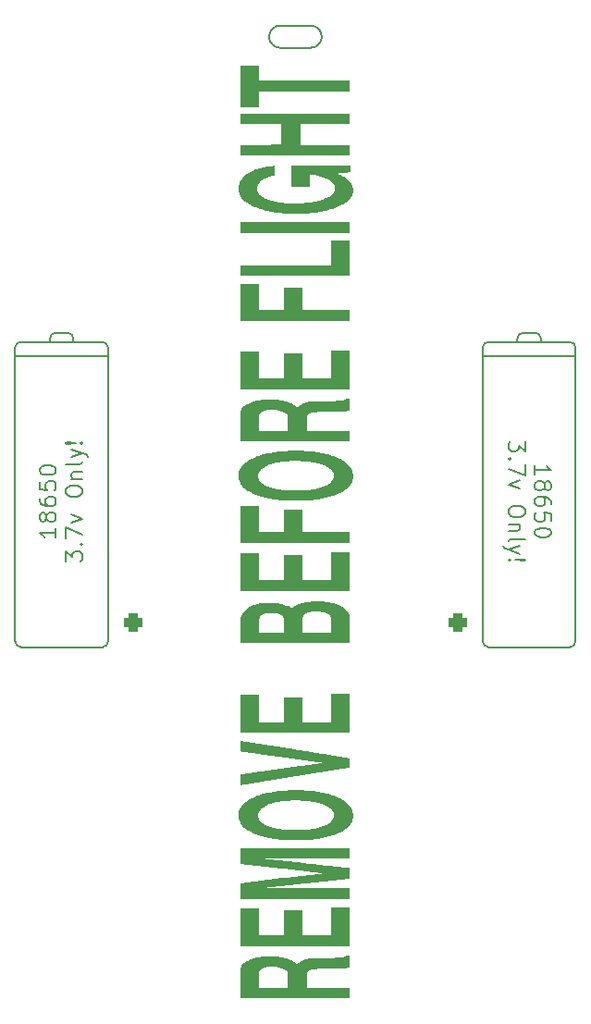
<source format=gto>
%TF.GenerationSoftware,KiCad,Pcbnew,(5.99.0-10902-g92c4596252)*%
%TF.CreationDate,2021-08-27T00:02:39+08:00*%
%TF.ProjectId,jiran-ble-lite,6a697261-6e2d-4626-9c65-2d6c6974652e,r0.1*%
%TF.SameCoordinates,Original*%
%TF.FileFunction,Legend,Top*%
%TF.FilePolarity,Positive*%
%FSLAX46Y46*%
G04 Gerber Fmt 4.6, Leading zero omitted, Abs format (unit mm)*
G04 Created by KiCad (PCBNEW (5.99.0-10902-g92c4596252)) date 2021-08-27 00:02:39*
%MOMM*%
%LPD*%
G01*
G04 APERTURE LIST*
G04 Aperture macros list*
%AMRoundRect*
0 Rectangle with rounded corners*
0 $1 Rounding radius*
0 $2 $3 $4 $5 $6 $7 $8 $9 X,Y pos of 4 corners*
0 Add a 4 corners polygon primitive as box body*
4,1,4,$2,$3,$4,$5,$6,$7,$8,$9,$2,$3,0*
0 Add four circle primitives for the rounded corners*
1,1,$1+$1,$2,$3*
1,1,$1+$1,$4,$5*
1,1,$1+$1,$6,$7*
1,1,$1+$1,$8,$9*
0 Add four rect primitives between the rounded corners*
20,1,$1+$1,$2,$3,$4,$5,0*
20,1,$1+$1,$4,$5,$6,$7,0*
20,1,$1+$1,$6,$7,$8,$9,0*
20,1,$1+$1,$8,$9,$2,$3,0*%
G04 Aperture macros list end*
%ADD10C,0.200000*%
%ADD11C,1.750000*%
%ADD12C,3.987800*%
%ADD13C,1.700000*%
%ADD14C,3.000000*%
%ADD15C,4.200000*%
%ADD16C,0.800000*%
%ADD17RoundRect,0.425000X0.425000X0.425000X-0.425000X0.425000X-0.425000X-0.425000X0.425000X-0.425000X0*%
%ADD18O,1.700000X1.700000*%
%ADD19C,0.900000*%
%ADD20O,1.762000X1.000000*%
%ADD21O,2.219000X1.000000*%
G04 APERTURE END LIST*
D10*
X188118750Y-109220000D02*
X195548250Y-109220000D01*
X211835999Y-52324001D02*
G75*
G03*
X210820000Y-53340000I0J-1015999D01*
G01*
X230378000Y-82550000D02*
X238887000Y-82550000D01*
X230917750Y-109220000D02*
X238347250Y-109220000D01*
X211836000Y-54356000D02*
X214630000Y-54356000D01*
X195548253Y-81279997D02*
G75*
G02*
X196088000Y-81819750I-3J-539750D01*
G01*
X230378000Y-81788000D02*
G75*
G02*
X230886000Y-81280000I508000J0D01*
G01*
X214630001Y-54355999D02*
G75*
G03*
X215646000Y-53340000I0J1015999D01*
G01*
X211836000Y-52324000D02*
X214630000Y-52324000D01*
X235712000Y-80978375D02*
X235712000Y-81280000D01*
X187579000Y-81788000D02*
G75*
G02*
X188087000Y-81280000I508000J0D01*
G01*
X238887000Y-108680250D02*
X238887000Y-81819750D01*
X187579000Y-81788000D02*
X187579000Y-108680250D01*
X187579000Y-82550000D02*
X196088000Y-82550000D01*
X234092750Y-80438625D02*
X235172250Y-80438625D01*
X238887003Y-108680253D02*
G75*
G02*
X238347250Y-109220000I-539750J3D01*
G01*
X191293750Y-80438625D02*
X192373250Y-80438625D01*
X190753997Y-80978372D02*
G75*
G02*
X191293750Y-80438625I539750J-3D01*
G01*
X230378000Y-81788000D02*
X230378000Y-108680250D01*
X196088000Y-108680250D02*
X196088000Y-81819750D01*
X192373253Y-80438622D02*
G75*
G02*
X192913000Y-80978375I-3J-539750D01*
G01*
X210820001Y-53340001D02*
G75*
G03*
X211836000Y-54356000I1015999J0D01*
G01*
X230917747Y-109220003D02*
G75*
G02*
X230378000Y-108680250I3J539750D01*
G01*
X233552997Y-80978372D02*
G75*
G02*
X234092750Y-80438625I539750J-3D01*
G01*
X233553000Y-80978375D02*
X233553000Y-81280000D01*
X190754000Y-80978375D02*
X190754000Y-81280000D01*
X215645999Y-53339999D02*
G75*
G03*
X214630000Y-52324000I-1015999J0D01*
G01*
X230886000Y-81280000D02*
X238347250Y-81280000D01*
X238347253Y-81279997D02*
G75*
G02*
X238887000Y-81819750I-3J-539750D01*
G01*
X192913000Y-80978375D02*
X192913000Y-81280000D01*
X188118747Y-109220003D02*
G75*
G02*
X187579000Y-108680250I3J539750D01*
G01*
X196088003Y-108680253D02*
G75*
G02*
X195548250Y-109220000I-539750J3D01*
G01*
X235172253Y-80438622D02*
G75*
G02*
X235712000Y-80978375I-3J-539750D01*
G01*
X188087000Y-81280000D02*
X195548250Y-81280000D01*
X235161428Y-93456428D02*
X235161428Y-92599285D01*
X235161428Y-93027857D02*
X236661428Y-93027857D01*
X236447142Y-92885000D01*
X236304285Y-92742142D01*
X236232857Y-92599285D01*
X236018571Y-94313571D02*
X236090000Y-94170714D01*
X236161428Y-94099285D01*
X236304285Y-94027857D01*
X236375714Y-94027857D01*
X236518571Y-94099285D01*
X236590000Y-94170714D01*
X236661428Y-94313571D01*
X236661428Y-94599285D01*
X236590000Y-94742142D01*
X236518571Y-94813571D01*
X236375714Y-94885000D01*
X236304285Y-94885000D01*
X236161428Y-94813571D01*
X236090000Y-94742142D01*
X236018571Y-94599285D01*
X236018571Y-94313571D01*
X235947142Y-94170714D01*
X235875714Y-94099285D01*
X235732857Y-94027857D01*
X235447142Y-94027857D01*
X235304285Y-94099285D01*
X235232857Y-94170714D01*
X235161428Y-94313571D01*
X235161428Y-94599285D01*
X235232857Y-94742142D01*
X235304285Y-94813571D01*
X235447142Y-94885000D01*
X235732857Y-94885000D01*
X235875714Y-94813571D01*
X235947142Y-94742142D01*
X236018571Y-94599285D01*
X236661428Y-96170714D02*
X236661428Y-95885000D01*
X236590000Y-95742142D01*
X236518571Y-95670714D01*
X236304285Y-95527857D01*
X236018571Y-95456428D01*
X235447142Y-95456428D01*
X235304285Y-95527857D01*
X235232857Y-95599285D01*
X235161428Y-95742142D01*
X235161428Y-96027857D01*
X235232857Y-96170714D01*
X235304285Y-96242142D01*
X235447142Y-96313571D01*
X235804285Y-96313571D01*
X235947142Y-96242142D01*
X236018571Y-96170714D01*
X236090000Y-96027857D01*
X236090000Y-95742142D01*
X236018571Y-95599285D01*
X235947142Y-95527857D01*
X235804285Y-95456428D01*
X236661428Y-97670714D02*
X236661428Y-96956428D01*
X235947142Y-96885000D01*
X236018571Y-96956428D01*
X236090000Y-97099285D01*
X236090000Y-97456428D01*
X236018571Y-97599285D01*
X235947142Y-97670714D01*
X235804285Y-97742142D01*
X235447142Y-97742142D01*
X235304285Y-97670714D01*
X235232857Y-97599285D01*
X235161428Y-97456428D01*
X235161428Y-97099285D01*
X235232857Y-96956428D01*
X235304285Y-96885000D01*
X236661428Y-98670714D02*
X236661428Y-98813571D01*
X236590000Y-98956428D01*
X236518571Y-99027857D01*
X236375714Y-99099285D01*
X236090000Y-99170714D01*
X235732857Y-99170714D01*
X235447142Y-99099285D01*
X235304285Y-99027857D01*
X235232857Y-98956428D01*
X235161428Y-98813571D01*
X235161428Y-98670714D01*
X235232857Y-98527857D01*
X235304285Y-98456428D01*
X235447142Y-98385000D01*
X235732857Y-98313571D01*
X236090000Y-98313571D01*
X236375714Y-98385000D01*
X236518571Y-98456428D01*
X236590000Y-98527857D01*
X236661428Y-98670714D01*
X234246428Y-90385000D02*
X234246428Y-91313571D01*
X233675000Y-90813571D01*
X233675000Y-91027857D01*
X233603571Y-91170714D01*
X233532142Y-91242142D01*
X233389285Y-91313571D01*
X233032142Y-91313571D01*
X232889285Y-91242142D01*
X232817857Y-91170714D01*
X232746428Y-91027857D01*
X232746428Y-90599285D01*
X232817857Y-90456428D01*
X232889285Y-90385000D01*
X232889285Y-91956428D02*
X232817857Y-92027857D01*
X232746428Y-91956428D01*
X232817857Y-91885000D01*
X232889285Y-91956428D01*
X232746428Y-91956428D01*
X234246428Y-92527857D02*
X234246428Y-93527857D01*
X232746428Y-92885000D01*
X233746428Y-93956428D02*
X232746428Y-94313571D01*
X233746428Y-94670714D01*
X234246428Y-96670714D02*
X234246428Y-96956428D01*
X234175000Y-97099285D01*
X234032142Y-97242142D01*
X233746428Y-97313571D01*
X233246428Y-97313571D01*
X232960714Y-97242142D01*
X232817857Y-97099285D01*
X232746428Y-96956428D01*
X232746428Y-96670714D01*
X232817857Y-96527857D01*
X232960714Y-96385000D01*
X233246428Y-96313571D01*
X233746428Y-96313571D01*
X234032142Y-96385000D01*
X234175000Y-96527857D01*
X234246428Y-96670714D01*
X233746428Y-97956428D02*
X232746428Y-97956428D01*
X233603571Y-97956428D02*
X233675000Y-98027857D01*
X233746428Y-98170714D01*
X233746428Y-98385000D01*
X233675000Y-98527857D01*
X233532142Y-98599285D01*
X232746428Y-98599285D01*
X232746428Y-99527857D02*
X232817857Y-99385000D01*
X232960714Y-99313571D01*
X234246428Y-99313571D01*
X233746428Y-99956428D02*
X232746428Y-100313571D01*
X233746428Y-100670714D02*
X232746428Y-100313571D01*
X232389285Y-100170714D01*
X232317857Y-100099285D01*
X232246428Y-99956428D01*
X232889285Y-101242142D02*
X232817857Y-101313571D01*
X232746428Y-101242142D01*
X232817857Y-101170714D01*
X232889285Y-101242142D01*
X232746428Y-101242142D01*
X233317857Y-101242142D02*
X234175000Y-101170714D01*
X234246428Y-101242142D01*
X234175000Y-101313571D01*
X233317857Y-101242142D01*
X234246428Y-101242142D01*
X191304571Y-98313571D02*
X191304571Y-99170714D01*
X191304571Y-98742142D02*
X189804571Y-98742142D01*
X190018857Y-98885000D01*
X190161714Y-99027857D01*
X190233142Y-99170714D01*
X190447428Y-97456428D02*
X190376000Y-97599285D01*
X190304571Y-97670714D01*
X190161714Y-97742142D01*
X190090285Y-97742142D01*
X189947428Y-97670714D01*
X189876000Y-97599285D01*
X189804571Y-97456428D01*
X189804571Y-97170714D01*
X189876000Y-97027857D01*
X189947428Y-96956428D01*
X190090285Y-96885000D01*
X190161714Y-96885000D01*
X190304571Y-96956428D01*
X190376000Y-97027857D01*
X190447428Y-97170714D01*
X190447428Y-97456428D01*
X190518857Y-97599285D01*
X190590285Y-97670714D01*
X190733142Y-97742142D01*
X191018857Y-97742142D01*
X191161714Y-97670714D01*
X191233142Y-97599285D01*
X191304571Y-97456428D01*
X191304571Y-97170714D01*
X191233142Y-97027857D01*
X191161714Y-96956428D01*
X191018857Y-96885000D01*
X190733142Y-96885000D01*
X190590285Y-96956428D01*
X190518857Y-97027857D01*
X190447428Y-97170714D01*
X189804571Y-95599285D02*
X189804571Y-95885000D01*
X189876000Y-96027857D01*
X189947428Y-96099285D01*
X190161714Y-96242142D01*
X190447428Y-96313571D01*
X191018857Y-96313571D01*
X191161714Y-96242142D01*
X191233142Y-96170714D01*
X191304571Y-96027857D01*
X191304571Y-95742142D01*
X191233142Y-95599285D01*
X191161714Y-95527857D01*
X191018857Y-95456428D01*
X190661714Y-95456428D01*
X190518857Y-95527857D01*
X190447428Y-95599285D01*
X190376000Y-95742142D01*
X190376000Y-96027857D01*
X190447428Y-96170714D01*
X190518857Y-96242142D01*
X190661714Y-96313571D01*
X189804571Y-94099285D02*
X189804571Y-94813571D01*
X190518857Y-94885000D01*
X190447428Y-94813571D01*
X190376000Y-94670714D01*
X190376000Y-94313571D01*
X190447428Y-94170714D01*
X190518857Y-94099285D01*
X190661714Y-94027857D01*
X191018857Y-94027857D01*
X191161714Y-94099285D01*
X191233142Y-94170714D01*
X191304571Y-94313571D01*
X191304571Y-94670714D01*
X191233142Y-94813571D01*
X191161714Y-94885000D01*
X189804571Y-93099285D02*
X189804571Y-92956428D01*
X189876000Y-92813571D01*
X189947428Y-92742142D01*
X190090285Y-92670714D01*
X190376000Y-92599285D01*
X190733142Y-92599285D01*
X191018857Y-92670714D01*
X191161714Y-92742142D01*
X191233142Y-92813571D01*
X191304571Y-92956428D01*
X191304571Y-93099285D01*
X191233142Y-93242142D01*
X191161714Y-93313571D01*
X191018857Y-93385000D01*
X190733142Y-93456428D01*
X190376000Y-93456428D01*
X190090285Y-93385000D01*
X189947428Y-93313571D01*
X189876000Y-93242142D01*
X189804571Y-93099285D01*
X192219571Y-101385000D02*
X192219571Y-100456428D01*
X192791000Y-100956428D01*
X192791000Y-100742142D01*
X192862428Y-100599285D01*
X192933857Y-100527857D01*
X193076714Y-100456428D01*
X193433857Y-100456428D01*
X193576714Y-100527857D01*
X193648142Y-100599285D01*
X193719571Y-100742142D01*
X193719571Y-101170714D01*
X193648142Y-101313571D01*
X193576714Y-101385000D01*
X193576714Y-99813571D02*
X193648142Y-99742142D01*
X193719571Y-99813571D01*
X193648142Y-99885000D01*
X193576714Y-99813571D01*
X193719571Y-99813571D01*
X192219571Y-99242142D02*
X192219571Y-98242142D01*
X193719571Y-98885000D01*
X192719571Y-97813571D02*
X193719571Y-97456428D01*
X192719571Y-97099285D01*
X192219571Y-95099285D02*
X192219571Y-94813571D01*
X192291000Y-94670714D01*
X192433857Y-94527857D01*
X192719571Y-94456428D01*
X193219571Y-94456428D01*
X193505285Y-94527857D01*
X193648142Y-94670714D01*
X193719571Y-94813571D01*
X193719571Y-95099285D01*
X193648142Y-95242142D01*
X193505285Y-95385000D01*
X193219571Y-95456428D01*
X192719571Y-95456428D01*
X192433857Y-95385000D01*
X192291000Y-95242142D01*
X192219571Y-95099285D01*
X192719571Y-93813571D02*
X193719571Y-93813571D01*
X192862428Y-93813571D02*
X192791000Y-93742142D01*
X192719571Y-93599285D01*
X192719571Y-93385000D01*
X192791000Y-93242142D01*
X192933857Y-93170714D01*
X193719571Y-93170714D01*
X193719571Y-92242142D02*
X193648142Y-92385000D01*
X193505285Y-92456428D01*
X192219571Y-92456428D01*
X192719571Y-91813571D02*
X193719571Y-91456428D01*
X192719571Y-91099285D02*
X193719571Y-91456428D01*
X194076714Y-91599285D01*
X194148142Y-91670714D01*
X194219571Y-91813571D01*
X193576714Y-90527857D02*
X193648142Y-90456428D01*
X193719571Y-90527857D01*
X193648142Y-90599285D01*
X193576714Y-90527857D01*
X193719571Y-90527857D01*
X193148142Y-90527857D02*
X192291000Y-90599285D01*
X192219571Y-90527857D01*
X192291000Y-90456428D01*
X193148142Y-90527857D01*
X192219571Y-90527857D01*
%TO.C,G1*%
G36*
X209909533Y-78369966D02*
G01*
X212197033Y-78369966D01*
X212197033Y-76282466D01*
X213913700Y-76282466D01*
X213913700Y-78369966D01*
X218222033Y-78369966D01*
X218222033Y-79353300D01*
X208192866Y-79353300D01*
X208192866Y-76003300D01*
X209909533Y-76003300D01*
X209909533Y-78369966D01*
G37*
G36*
X218222033Y-71294966D02*
G01*
X208192866Y-71294966D01*
X208192866Y-70315800D01*
X218222033Y-70315800D01*
X218222033Y-71294966D01*
G37*
G36*
X218263700Y-65759704D02*
G01*
X217656408Y-65817126D01*
X217585929Y-65823798D01*
X217517629Y-65830280D01*
X217451978Y-65836526D01*
X217389445Y-65842491D01*
X217330499Y-65848130D01*
X217275610Y-65853397D01*
X217225247Y-65858247D01*
X217179880Y-65862636D01*
X217139978Y-65866516D01*
X217106011Y-65869844D01*
X217078448Y-65872574D01*
X217057759Y-65874660D01*
X217044412Y-65876058D01*
X217038878Y-65876721D01*
X217038835Y-65876730D01*
X217037535Y-65878226D01*
X217041457Y-65881281D01*
X217051117Y-65886130D01*
X217067028Y-65893004D01*
X217089706Y-65902139D01*
X217119664Y-65913768D01*
X217124252Y-65915525D01*
X217260100Y-65969645D01*
X217387971Y-66025045D01*
X217508147Y-66081893D01*
X217620910Y-66140358D01*
X217726541Y-66200605D01*
X217825324Y-66262802D01*
X217917538Y-66327117D01*
X218003467Y-66393717D01*
X218083391Y-66462770D01*
X218145074Y-66521769D01*
X218217885Y-66599479D01*
X218282590Y-66678624D01*
X218339339Y-66759502D01*
X218388282Y-66842412D01*
X218429569Y-66927654D01*
X218463349Y-67015526D01*
X218489773Y-67106328D01*
X218508991Y-67200359D01*
X218517964Y-67265800D01*
X218519829Y-67288740D01*
X218521163Y-67317913D01*
X218521965Y-67351240D01*
X218522236Y-67386644D01*
X218521976Y-67422046D01*
X218521182Y-67455368D01*
X218519857Y-67484531D01*
X218517998Y-67507457D01*
X218517997Y-67507466D01*
X218503544Y-67600791D01*
X218481118Y-67692433D01*
X218450708Y-67782407D01*
X218412298Y-67870724D01*
X218365876Y-67957398D01*
X218311428Y-68042441D01*
X218248940Y-68125867D01*
X218178399Y-68207688D01*
X218099791Y-68287917D01*
X218013104Y-68366567D01*
X217918322Y-68443652D01*
X217815434Y-68519183D01*
X217704424Y-68593174D01*
X217585280Y-68665637D01*
X217457988Y-68736587D01*
X217322535Y-68806034D01*
X217178907Y-68873993D01*
X217027090Y-68940477D01*
X217001322Y-68951277D01*
X216820358Y-69023001D01*
X216632513Y-69090307D01*
X216437999Y-69153146D01*
X216237030Y-69211469D01*
X216029820Y-69265227D01*
X215816583Y-69314372D01*
X215597533Y-69358854D01*
X215372883Y-69398624D01*
X215142846Y-69433635D01*
X214907638Y-69463836D01*
X214667471Y-69489180D01*
X214630366Y-69492621D01*
X214541668Y-69500456D01*
X214456173Y-69507491D01*
X214372380Y-69513821D01*
X214288787Y-69519537D01*
X214203893Y-69524735D01*
X214116196Y-69529508D01*
X214024197Y-69533949D01*
X213926393Y-69538152D01*
X213855366Y-69540939D01*
X213824420Y-69541924D01*
X213786082Y-69542837D01*
X213741294Y-69543672D01*
X213690996Y-69544426D01*
X213636131Y-69545094D01*
X213577639Y-69545673D01*
X213516463Y-69546157D01*
X213453542Y-69546543D01*
X213389820Y-69546827D01*
X213326236Y-69547004D01*
X213263732Y-69547071D01*
X213203250Y-69547022D01*
X213145731Y-69546855D01*
X213092116Y-69546564D01*
X213043347Y-69546146D01*
X213000364Y-69545596D01*
X212964110Y-69544910D01*
X212963700Y-69544900D01*
X212690113Y-69536299D01*
X212423641Y-69523409D01*
X212164250Y-69506226D01*
X211911905Y-69484743D01*
X211666572Y-69458957D01*
X211428219Y-69428861D01*
X211196811Y-69394452D01*
X210972313Y-69355724D01*
X210754694Y-69312672D01*
X210543918Y-69265291D01*
X210339951Y-69213577D01*
X210142761Y-69157523D01*
X209959764Y-69099612D01*
X209792651Y-69041464D01*
X209632727Y-68980741D01*
X209480054Y-68917486D01*
X209334696Y-68851740D01*
X209196716Y-68783544D01*
X209066175Y-68712942D01*
X208943138Y-68639974D01*
X208827667Y-68564683D01*
X208719825Y-68487111D01*
X208619674Y-68407299D01*
X208527279Y-68325290D01*
X208442700Y-68241125D01*
X208366003Y-68154846D01*
X208297249Y-68066496D01*
X208236501Y-67976115D01*
X208211955Y-67935073D01*
X208161720Y-67839655D01*
X208119445Y-67741784D01*
X208085137Y-67641500D01*
X208058803Y-67538846D01*
X208040451Y-67433862D01*
X208030091Y-67326592D01*
X208027728Y-67217076D01*
X208033372Y-67105355D01*
X208040953Y-67034550D01*
X208059130Y-66924799D01*
X208085106Y-66817969D01*
X208118864Y-66714081D01*
X208160391Y-66613157D01*
X208209670Y-66515219D01*
X208266686Y-66420291D01*
X208331424Y-66328395D01*
X208403869Y-66239552D01*
X208484006Y-66153785D01*
X208571820Y-66071116D01*
X208667294Y-65991568D01*
X208770415Y-65915163D01*
X208832450Y-65873132D01*
X208884661Y-65839546D01*
X208935170Y-65808549D01*
X208986064Y-65778944D01*
X209039435Y-65749532D01*
X209097374Y-65719118D01*
X209132450Y-65701274D01*
X209265988Y-65637470D01*
X209405725Y-65577527D01*
X209551793Y-65521407D01*
X209704323Y-65469077D01*
X209863449Y-65420502D01*
X210029300Y-65375647D01*
X210202010Y-65334477D01*
X210381710Y-65296956D01*
X210568531Y-65263051D01*
X210762606Y-65232726D01*
X210964066Y-65205947D01*
X211036616Y-65197374D01*
X211058642Y-65194928D01*
X211085302Y-65192087D01*
X211115472Y-65188960D01*
X211148030Y-65185656D01*
X211181853Y-65182283D01*
X211215816Y-65178951D01*
X211248798Y-65175769D01*
X211279674Y-65172845D01*
X211307323Y-65170287D01*
X211330619Y-65168206D01*
X211348442Y-65166710D01*
X211359666Y-65165907D01*
X211362474Y-65165800D01*
X211363350Y-65167123D01*
X211364132Y-65171368D01*
X211364822Y-65178944D01*
X211365428Y-65190262D01*
X211365953Y-65205733D01*
X211366402Y-65225766D01*
X211366780Y-65250772D01*
X211367093Y-65281163D01*
X211367345Y-65317347D01*
X211367541Y-65359736D01*
X211367686Y-65408741D01*
X211367785Y-65464770D01*
X211367844Y-65528236D01*
X211367866Y-65599548D01*
X211367866Y-65613716D01*
X211367834Y-65674050D01*
X211367739Y-65731994D01*
X211367587Y-65787010D01*
X211367382Y-65838560D01*
X211367128Y-65886106D01*
X211366828Y-65929110D01*
X211366488Y-65967034D01*
X211366112Y-65999340D01*
X211365704Y-66025490D01*
X211365268Y-66044946D01*
X211364808Y-66057170D01*
X211364330Y-66061624D01*
X211364307Y-66061633D01*
X211357879Y-66062416D01*
X211344446Y-66064617D01*
X211325176Y-66068013D01*
X211301233Y-66072382D01*
X211273784Y-66077500D01*
X211243994Y-66083146D01*
X211213031Y-66089097D01*
X211182059Y-66095130D01*
X211152245Y-66101023D01*
X211124755Y-66106552D01*
X211100755Y-66111496D01*
X211081411Y-66115631D01*
X211081051Y-66115711D01*
X210939441Y-66149240D01*
X210805621Y-66185727D01*
X210679592Y-66225172D01*
X210561352Y-66267575D01*
X210450901Y-66312936D01*
X210348238Y-66361256D01*
X210253364Y-66412534D01*
X210166277Y-66466772D01*
X210086977Y-66523969D01*
X210015464Y-66584125D01*
X209951738Y-66647241D01*
X209895796Y-66713318D01*
X209858300Y-66765800D01*
X209817176Y-66835264D01*
X209783136Y-66907973D01*
X209756246Y-66983235D01*
X209736572Y-67060361D01*
X209724181Y-67138662D01*
X209719138Y-67217447D01*
X209721510Y-67296027D01*
X209731362Y-67373712D01*
X209748762Y-67449813D01*
X209773774Y-67523639D01*
X209783442Y-67546774D01*
X209818835Y-67617366D01*
X209862307Y-67686060D01*
X209913817Y-67752824D01*
X209973323Y-67817627D01*
X210040782Y-67880437D01*
X210116153Y-67941222D01*
X210199394Y-67999950D01*
X210290462Y-68056591D01*
X210389315Y-68111111D01*
X210495912Y-68163481D01*
X210610211Y-68213667D01*
X210732075Y-68261603D01*
X210878011Y-68312599D01*
X211031189Y-68359555D01*
X211191557Y-68402463D01*
X211359066Y-68441317D01*
X211533665Y-68476109D01*
X211715303Y-68506832D01*
X211903929Y-68533479D01*
X212099493Y-68556043D01*
X212301943Y-68574516D01*
X212511230Y-68588892D01*
X212727303Y-68599164D01*
X212950111Y-68605323D01*
X213178283Y-68607364D01*
X213415322Y-68605092D01*
X213646601Y-68598286D01*
X213872005Y-68586960D01*
X214091417Y-68571131D01*
X214304724Y-68550816D01*
X214511808Y-68526030D01*
X214712556Y-68496791D01*
X214906851Y-68463115D01*
X215094578Y-68425017D01*
X215275622Y-68382515D01*
X215449868Y-68335625D01*
X215617200Y-68284363D01*
X215732575Y-68245026D01*
X215863589Y-68196155D01*
X215986424Y-68145779D01*
X216101100Y-68093881D01*
X216207637Y-68040444D01*
X216306056Y-67985452D01*
X216396377Y-67928890D01*
X216478620Y-67870739D01*
X216552804Y-67810985D01*
X216618951Y-67749610D01*
X216677081Y-67686598D01*
X216727213Y-67621934D01*
X216769368Y-67555600D01*
X216803567Y-67487580D01*
X216829828Y-67417858D01*
X216848173Y-67346417D01*
X216849659Y-67338716D01*
X216853529Y-67310937D01*
X216856143Y-67277255D01*
X216857499Y-67239989D01*
X216857594Y-67201458D01*
X216856427Y-67163983D01*
X216853995Y-67129882D01*
X216850297Y-67101475D01*
X216849875Y-67099133D01*
X216832354Y-67027504D01*
X216806641Y-66957250D01*
X216772771Y-66888409D01*
X216730779Y-66821022D01*
X216680698Y-66755128D01*
X216622565Y-66690768D01*
X216556412Y-66627981D01*
X216482275Y-66566807D01*
X216400187Y-66507286D01*
X216310184Y-66449458D01*
X216264174Y-66422309D01*
X216149728Y-66360319D01*
X216030490Y-66303112D01*
X215906232Y-66250628D01*
X215776726Y-66202809D01*
X215641746Y-66159596D01*
X215501065Y-66120930D01*
X215354455Y-66086751D01*
X215201689Y-66057001D01*
X215042541Y-66031622D01*
X214876782Y-66010553D01*
X214704186Y-65993736D01*
X214577241Y-65984336D01*
X214534533Y-65981567D01*
X214534533Y-67082466D01*
X212830366Y-67082466D01*
X212830366Y-65165800D01*
X218263700Y-65165800D01*
X218263700Y-65759704D01*
G37*
G36*
X208204243Y-87612907D02*
G01*
X208224518Y-87542555D01*
X208251178Y-87476238D01*
X208284776Y-87412840D01*
X208325867Y-87351247D01*
X208350054Y-87319966D01*
X208366642Y-87300735D01*
X208388089Y-87277770D01*
X208412809Y-87252619D01*
X208439213Y-87226832D01*
X208465716Y-87201957D01*
X208490730Y-87179540D01*
X208512669Y-87161132D01*
X208513700Y-87160310D01*
X208585782Y-87106578D01*
X208665299Y-87053888D01*
X208751371Y-87002710D01*
X208843118Y-86953515D01*
X208939661Y-86906774D01*
X209040121Y-86862958D01*
X209143618Y-86822537D01*
X209147033Y-86821281D01*
X209256056Y-86783871D01*
X209372277Y-86748912D01*
X209494868Y-86716596D01*
X209623007Y-86687117D01*
X209755867Y-86660668D01*
X209892623Y-86637442D01*
X209999116Y-86622002D01*
X210130936Y-86606026D01*
X210269239Y-86592548D01*
X210412548Y-86581607D01*
X210559387Y-86573237D01*
X210708278Y-86567476D01*
X210857743Y-86564360D01*
X211006306Y-86563925D01*
X211152489Y-86566208D01*
X211294814Y-86571245D01*
X211431805Y-86579073D01*
X211507450Y-86584840D01*
X211680411Y-86601959D01*
X211846779Y-86623813D01*
X212006869Y-86650476D01*
X212160994Y-86682018D01*
X212309466Y-86718511D01*
X212452600Y-86760027D01*
X212590709Y-86806638D01*
X212724105Y-86858415D01*
X212749116Y-86868916D01*
X212881633Y-86929468D01*
X213008510Y-86996094D01*
X213129922Y-87068899D01*
X213246046Y-87147987D01*
X213352200Y-87229505D01*
X213392785Y-87262506D01*
X213407001Y-87250611D01*
X213436238Y-87226447D01*
X213467432Y-87201188D01*
X213499090Y-87176007D01*
X213529717Y-87152078D01*
X213557818Y-87130572D01*
X213581898Y-87112662D01*
X213592866Y-87104784D01*
X213702514Y-87032160D01*
X213814159Y-86967621D01*
X213927838Y-86911155D01*
X214043589Y-86862748D01*
X214161448Y-86822386D01*
X214281452Y-86790056D01*
X214403638Y-86765745D01*
X214528044Y-86749439D01*
X214578283Y-86745166D01*
X214587497Y-86744714D01*
X214604703Y-86744098D01*
X214629560Y-86743326D01*
X214661727Y-86742407D01*
X214700865Y-86741349D01*
X214746634Y-86740159D01*
X214798692Y-86738846D01*
X214856699Y-86737418D01*
X214920317Y-86735882D01*
X214989203Y-86734247D01*
X215063018Y-86732521D01*
X215141422Y-86730711D01*
X215224074Y-86728826D01*
X215310634Y-86726873D01*
X215400761Y-86724861D01*
X215494117Y-86722798D01*
X215590359Y-86720692D01*
X215689148Y-86718550D01*
X215790144Y-86716381D01*
X215893007Y-86714193D01*
X215913700Y-86713755D01*
X216016919Y-86711563D01*
X216118352Y-86709391D01*
X216217658Y-86707244D01*
X216314496Y-86705133D01*
X216408526Y-86703064D01*
X216499405Y-86701045D01*
X216586793Y-86699085D01*
X216670349Y-86697191D01*
X216749733Y-86695371D01*
X216824602Y-86693634D01*
X216894616Y-86691987D01*
X216959435Y-86690439D01*
X217018716Y-86688997D01*
X217072120Y-86687669D01*
X217119304Y-86686463D01*
X217159929Y-86685387D01*
X217193653Y-86684450D01*
X217220134Y-86683659D01*
X217239033Y-86683022D01*
X217250009Y-86682547D01*
X217251200Y-86682474D01*
X217354209Y-86672807D01*
X217450739Y-86658221D01*
X217540734Y-86638732D01*
X217624138Y-86614355D01*
X217700897Y-86585105D01*
X217770953Y-86550998D01*
X217806540Y-86530216D01*
X217836401Y-86511633D01*
X218222033Y-86511633D01*
X218222033Y-87569276D01*
X218202241Y-87573475D01*
X218190596Y-87575739D01*
X218171910Y-87579118D01*
X218147372Y-87583415D01*
X218118170Y-87588430D01*
X218085492Y-87593964D01*
X218050528Y-87599819D01*
X218014464Y-87605796D01*
X217978490Y-87611696D01*
X217943794Y-87617321D01*
X217911564Y-87622472D01*
X217882989Y-87626950D01*
X217876200Y-87627996D01*
X217746347Y-87646655D01*
X217611135Y-87663699D01*
X217473442Y-87678784D01*
X217361616Y-87689371D01*
X217352159Y-87690142D01*
X217341751Y-87690860D01*
X217330055Y-87691527D01*
X217316737Y-87692149D01*
X217301463Y-87692726D01*
X217283897Y-87693263D01*
X217263704Y-87693762D01*
X217240550Y-87694227D01*
X217214101Y-87694661D01*
X217184020Y-87695066D01*
X217149973Y-87695447D01*
X217111626Y-87695806D01*
X217068643Y-87696146D01*
X217020690Y-87696471D01*
X216967432Y-87696783D01*
X216908533Y-87697086D01*
X216843660Y-87697382D01*
X216772477Y-87697676D01*
X216694649Y-87697969D01*
X216609841Y-87698265D01*
X216517720Y-87698568D01*
X216417949Y-87698880D01*
X216310194Y-87699205D01*
X216305366Y-87699219D01*
X216176219Y-87699623D01*
X216055400Y-87700045D01*
X215942900Y-87700484D01*
X215838715Y-87700941D01*
X215742838Y-87701416D01*
X215655262Y-87701908D01*
X215575980Y-87702419D01*
X215504987Y-87702947D01*
X215442276Y-87703493D01*
X215387841Y-87704057D01*
X215341675Y-87704640D01*
X215303772Y-87705240D01*
X215274125Y-87705859D01*
X215252729Y-87706495D01*
X215242866Y-87706940D01*
X215148083Y-87712958D01*
X215061017Y-87719920D01*
X214981097Y-87727935D01*
X214907748Y-87737113D01*
X214840398Y-87747561D01*
X214778474Y-87759388D01*
X214721401Y-87772705D01*
X214668608Y-87787618D01*
X214619521Y-87804238D01*
X214573567Y-87822673D01*
X214532537Y-87841842D01*
X214473444Y-87875354D01*
X214421521Y-87913108D01*
X214376762Y-87955115D01*
X214339163Y-88001380D01*
X214308717Y-88051912D01*
X214285418Y-88106718D01*
X214269260Y-88165807D01*
X214263845Y-88197050D01*
X214263244Y-88205537D01*
X214262684Y-88222122D01*
X214262166Y-88246569D01*
X214261690Y-88278644D01*
X214261260Y-88318110D01*
X214260875Y-88364733D01*
X214260539Y-88418278D01*
X214260252Y-88478507D01*
X214260017Y-88545188D01*
X214259833Y-88618083D01*
X214259705Y-88696958D01*
X214259631Y-88781578D01*
X214259615Y-88831425D01*
X214259533Y-89436633D01*
X218222033Y-89436633D01*
X218222033Y-90415800D01*
X208192757Y-90415800D01*
X208193869Y-89130232D01*
X209910211Y-89130232D01*
X209910232Y-89186895D01*
X209910278Y-89238750D01*
X209910350Y-89285365D01*
X209910447Y-89326311D01*
X209910568Y-89361155D01*
X209910713Y-89389466D01*
X209910881Y-89410814D01*
X209911073Y-89424768D01*
X209911287Y-89430896D01*
X209911328Y-89431133D01*
X209912692Y-89431665D01*
X209916527Y-89432163D01*
X209923080Y-89432628D01*
X209932596Y-89433062D01*
X209945323Y-89433464D01*
X209961506Y-89433837D01*
X209981392Y-89434181D01*
X210005228Y-89434497D01*
X210033259Y-89434787D01*
X210065733Y-89435051D01*
X210102895Y-89435290D01*
X210144993Y-89435506D01*
X210192271Y-89435699D01*
X210244977Y-89435871D01*
X210303358Y-89436022D01*
X210367659Y-89436154D01*
X210438127Y-89436267D01*
X210515008Y-89436363D01*
X210598549Y-89436442D01*
X210688996Y-89436506D01*
X210786595Y-89436556D01*
X210891594Y-89436593D01*
X211004237Y-89436617D01*
X211124773Y-89436630D01*
X211226069Y-89436633D01*
X212538700Y-89436633D01*
X212538588Y-88042883D01*
X212526902Y-88009315D01*
X212516201Y-87982611D01*
X212503081Y-87958158D01*
X212486335Y-87934194D01*
X212464760Y-87908958D01*
X212442521Y-87885982D01*
X212403967Y-87851700D01*
X212357753Y-87817547D01*
X212304549Y-87783805D01*
X212245027Y-87750760D01*
X212179858Y-87718695D01*
X212109714Y-87687897D01*
X212035266Y-87658648D01*
X211957184Y-87631233D01*
X211876141Y-87605938D01*
X211792808Y-87583045D01*
X211707856Y-87562841D01*
X211653283Y-87551518D01*
X211573661Y-87536946D01*
X211496568Y-87524987D01*
X211420420Y-87515510D01*
X211343633Y-87508387D01*
X211264620Y-87503490D01*
X211181797Y-87500689D01*
X211093580Y-87499856D01*
X211024116Y-87500429D01*
X210910227Y-87503431D01*
X210803888Y-87509012D01*
X210704705Y-87517244D01*
X210612279Y-87528197D01*
X210526217Y-87541942D01*
X210446120Y-87558551D01*
X210371593Y-87578096D01*
X210302241Y-87600646D01*
X210237666Y-87626275D01*
X210184549Y-87651393D01*
X210125818Y-87685110D01*
X210073867Y-87722629D01*
X210028920Y-87763719D01*
X209991197Y-87808147D01*
X209960923Y-87855681D01*
X209938320Y-87906089D01*
X209936950Y-87909949D01*
X209933846Y-87918663D01*
X209931012Y-87926452D01*
X209928433Y-87933710D01*
X209926098Y-87940828D01*
X209923994Y-87948199D01*
X209922108Y-87956216D01*
X209920426Y-87965270D01*
X209918937Y-87975755D01*
X209917627Y-87988062D01*
X209916483Y-88002585D01*
X209915493Y-88019714D01*
X209914644Y-88039843D01*
X209913922Y-88063364D01*
X209913316Y-88090670D01*
X209912812Y-88122152D01*
X209912397Y-88158204D01*
X209912058Y-88199217D01*
X209911784Y-88245584D01*
X209911560Y-88297698D01*
X209911374Y-88355950D01*
X209911213Y-88420733D01*
X209911064Y-88492440D01*
X209910915Y-88571462D01*
X209910752Y-88658193D01*
X209910644Y-88713425D01*
X209910503Y-88789884D01*
X209910390Y-88864121D01*
X209910305Y-88935706D01*
X209910247Y-89004206D01*
X209910216Y-89069192D01*
X209910211Y-89130232D01*
X208193869Y-89130232D01*
X208195149Y-87651216D01*
X208204243Y-87612907D01*
G37*
G36*
X218222033Y-136599133D02*
G01*
X208192866Y-136599133D01*
X208192866Y-133144966D01*
X209909533Y-133144966D01*
X209909533Y-135615800D01*
X212197033Y-135615800D01*
X212197033Y-133332466D01*
X213913700Y-133332466D01*
X213913700Y-135615800D01*
X216501200Y-135615800D01*
X216501200Y-133032466D01*
X218222033Y-133032466D01*
X218222033Y-136599133D01*
G37*
G36*
X218222033Y-104074133D02*
G01*
X208192866Y-104074133D01*
X208192866Y-100619966D01*
X209909533Y-100619966D01*
X209909533Y-103090800D01*
X212197033Y-103090800D01*
X212197033Y-100807466D01*
X213913700Y-100807466D01*
X213913700Y-103090800D01*
X216501200Y-103090800D01*
X216501200Y-100507466D01*
X218222033Y-100507466D01*
X218222033Y-104074133D01*
G37*
G36*
X208029772Y-93456272D02*
G01*
X208031033Y-93416125D01*
X208032979Y-93379954D01*
X208035595Y-93349746D01*
X208036133Y-93345114D01*
X208052752Y-93240799D01*
X208076817Y-93139406D01*
X208108394Y-93040832D01*
X208147545Y-92944976D01*
X208194337Y-92851735D01*
X208248832Y-92761008D01*
X208311095Y-92672692D01*
X208381191Y-92586685D01*
X208459185Y-92502885D01*
X208545139Y-92421191D01*
X208639119Y-92341500D01*
X208697361Y-92296133D01*
X208802307Y-92220882D01*
X208915063Y-92147791D01*
X209035368Y-92076948D01*
X209162962Y-92008438D01*
X209297584Y-91942347D01*
X209438973Y-91878761D01*
X209586868Y-91817767D01*
X209741008Y-91759450D01*
X209901134Y-91703897D01*
X210066983Y-91651193D01*
X210238295Y-91601425D01*
X210414809Y-91554679D01*
X210596265Y-91511041D01*
X210782402Y-91470596D01*
X210972959Y-91433432D01*
X211167675Y-91399633D01*
X211366289Y-91369287D01*
X211568542Y-91342479D01*
X211597033Y-91339025D01*
X211700055Y-91327059D01*
X211801169Y-91316115D01*
X211901454Y-91306113D01*
X212001993Y-91296969D01*
X212103865Y-91288602D01*
X212208153Y-91280930D01*
X212315937Y-91273870D01*
X212428299Y-91267342D01*
X212546319Y-91261263D01*
X212671078Y-91255552D01*
X212732450Y-91252967D01*
X212788845Y-91250977D01*
X212852585Y-91249307D01*
X212922685Y-91247954D01*
X212998163Y-91246913D01*
X213078036Y-91246181D01*
X213161321Y-91245754D01*
X213247034Y-91245628D01*
X213334193Y-91245800D01*
X213421814Y-91246266D01*
X213508914Y-91247023D01*
X213594511Y-91248065D01*
X213677621Y-91249391D01*
X213757261Y-91250996D01*
X213832448Y-91252876D01*
X213902199Y-91255027D01*
X213965531Y-91257447D01*
X213969950Y-91257637D01*
X214229789Y-91271188D01*
X214482532Y-91288978D01*
X214728265Y-91311024D01*
X214967076Y-91337340D01*
X215199051Y-91367944D01*
X215424279Y-91402852D01*
X215642845Y-91442078D01*
X215854837Y-91485640D01*
X216060343Y-91533554D01*
X216259449Y-91585835D01*
X216452243Y-91642499D01*
X216638811Y-91703563D01*
X216819242Y-91769042D01*
X216880366Y-91792772D01*
X217007337Y-91844847D01*
X217131687Y-91899676D01*
X217252383Y-91956745D01*
X217368390Y-92015538D01*
X217478676Y-92075540D01*
X217582205Y-92136236D01*
X217633543Y-92168229D01*
X217748853Y-92245326D01*
X217856199Y-92324598D01*
X217955574Y-92406033D01*
X218046967Y-92489615D01*
X218130367Y-92575329D01*
X218205765Y-92663162D01*
X218273152Y-92753099D01*
X218332517Y-92845125D01*
X218383850Y-92939225D01*
X218427142Y-93035386D01*
X218462382Y-93133592D01*
X218489561Y-93233829D01*
X218508670Y-93336083D01*
X218519697Y-93440339D01*
X218521466Y-93472920D01*
X218522426Y-93583391D01*
X218515761Y-93690799D01*
X218501400Y-93795359D01*
X218479271Y-93897286D01*
X218449302Y-93996792D01*
X218411423Y-94094095D01*
X218365562Y-94189406D01*
X218311648Y-94282943D01*
X218249610Y-94374918D01*
X218199467Y-94440800D01*
X218180141Y-94463866D01*
X218155733Y-94491193D01*
X218127446Y-94521568D01*
X218096483Y-94553779D01*
X218064048Y-94586614D01*
X218031344Y-94618862D01*
X217999574Y-94649310D01*
X217969941Y-94676748D01*
X217943649Y-94699962D01*
X217934533Y-94707632D01*
X217833254Y-94787182D01*
X217724998Y-94864101D01*
X217609642Y-94938450D01*
X217487065Y-95010293D01*
X217357143Y-95079692D01*
X217219755Y-95146709D01*
X217074777Y-95211409D01*
X216922088Y-95273852D01*
X216761564Y-95334103D01*
X216603283Y-95388839D01*
X216435807Y-95442179D01*
X216264890Y-95491927D01*
X216090199Y-95538137D01*
X215911397Y-95580863D01*
X215728150Y-95620156D01*
X215540123Y-95656069D01*
X215346981Y-95688656D01*
X215148389Y-95717969D01*
X214944011Y-95744060D01*
X214733514Y-95766982D01*
X214516562Y-95786789D01*
X214292819Y-95803533D01*
X214061951Y-95817267D01*
X213823623Y-95828043D01*
X213811616Y-95828501D01*
X213783036Y-95829401D01*
X213747014Y-95830244D01*
X213704439Y-95831025D01*
X213656203Y-95831741D01*
X213603196Y-95832388D01*
X213546308Y-95832961D01*
X213486431Y-95833458D01*
X213424455Y-95833875D01*
X213361269Y-95834208D01*
X213297766Y-95834452D01*
X213234835Y-95834606D01*
X213173368Y-95834664D01*
X213114253Y-95834623D01*
X213058383Y-95834479D01*
X213006648Y-95834230D01*
X212959937Y-95833870D01*
X212919143Y-95833396D01*
X212885155Y-95832804D01*
X212869950Y-95832435D01*
X212639014Y-95824568D01*
X212415368Y-95813884D01*
X212198439Y-95800324D01*
X211987654Y-95783830D01*
X211782438Y-95764343D01*
X211582220Y-95741805D01*
X211386425Y-95716158D01*
X211194481Y-95687343D01*
X211005814Y-95655303D01*
X210859533Y-95627833D01*
X210701723Y-95595251D01*
X210544447Y-95559461D01*
X210388713Y-95520753D01*
X210235527Y-95479419D01*
X210085896Y-95435748D01*
X209940828Y-95390030D01*
X209801329Y-95342557D01*
X209668407Y-95293618D01*
X209581352Y-95259270D01*
X209428789Y-95194399D01*
X209284015Y-95126919D01*
X209147046Y-95056839D01*
X209017899Y-94984171D01*
X208896590Y-94908926D01*
X208783136Y-94831115D01*
X208677551Y-94750749D01*
X208579853Y-94667839D01*
X208490058Y-94582395D01*
X208408182Y-94494430D01*
X208344160Y-94416830D01*
X208277628Y-94324935D01*
X208218990Y-94230399D01*
X208168195Y-94133096D01*
X208125191Y-94032896D01*
X208089926Y-93929673D01*
X208062349Y-93823296D01*
X208042408Y-93713639D01*
X208034173Y-93647050D01*
X208031822Y-93616848D01*
X208030219Y-93580681D01*
X208029352Y-93540538D01*
X208029294Y-93523765D01*
X209830812Y-93523765D01*
X209830930Y-93569197D01*
X209832882Y-93614812D01*
X209836594Y-93658140D01*
X209841991Y-93696711D01*
X209844516Y-93709839D01*
X209864602Y-93786234D01*
X209892114Y-93860005D01*
X209927119Y-93931225D01*
X209969685Y-93999967D01*
X210019880Y-94066303D01*
X210077769Y-94130307D01*
X210143422Y-94192049D01*
X210216905Y-94251603D01*
X210298285Y-94309042D01*
X210387629Y-94364438D01*
X210485006Y-94417863D01*
X210515783Y-94433511D01*
X210635349Y-94489617D01*
X210762385Y-94542174D01*
X210896811Y-94591165D01*
X211038549Y-94636569D01*
X211187520Y-94678369D01*
X211343645Y-94716547D01*
X211506845Y-94751084D01*
X211677040Y-94781961D01*
X211854153Y-94809161D01*
X212038103Y-94832665D01*
X212228813Y-94852454D01*
X212359533Y-94863563D01*
X212427491Y-94868549D01*
X212498553Y-94873163D01*
X212573576Y-94877447D01*
X212653418Y-94881445D01*
X212738935Y-94885198D01*
X212830985Y-94888750D01*
X212930424Y-94892143D01*
X212940783Y-94892474D01*
X212958543Y-94892855D01*
X212983779Y-94893128D01*
X213015638Y-94893300D01*
X213053263Y-94893375D01*
X213095799Y-94893360D01*
X213142391Y-94893262D01*
X213192184Y-94893086D01*
X213244321Y-94892839D01*
X213297948Y-94892526D01*
X213352209Y-94892153D01*
X213406249Y-94891727D01*
X213459213Y-94891254D01*
X213510245Y-94890739D01*
X213558490Y-94890188D01*
X213603092Y-94889609D01*
X213643196Y-94889006D01*
X213677947Y-94888386D01*
X213706489Y-94887755D01*
X213727967Y-94887119D01*
X213734533Y-94886859D01*
X213906369Y-94878231D01*
X214070605Y-94867885D01*
X214227807Y-94855747D01*
X214378543Y-94841743D01*
X214523382Y-94825802D01*
X214662891Y-94807848D01*
X214797638Y-94787810D01*
X214928192Y-94765615D01*
X215055119Y-94741188D01*
X215178989Y-94714457D01*
X215300369Y-94685348D01*
X215302444Y-94684825D01*
X215446081Y-94646279D01*
X215582610Y-94604964D01*
X215711956Y-94560922D01*
X215834045Y-94514193D01*
X215948801Y-94464820D01*
X216056152Y-94412843D01*
X216156022Y-94358303D01*
X216248336Y-94301243D01*
X216333022Y-94241702D01*
X216410003Y-94179723D01*
X216479206Y-94115346D01*
X216540557Y-94048614D01*
X216593980Y-93979566D01*
X216606069Y-93961977D01*
X216647168Y-93893900D01*
X216681640Y-93822540D01*
X216709316Y-93748712D01*
X216730026Y-93673232D01*
X216743599Y-93596913D01*
X216749866Y-93520572D01*
X216748658Y-93445023D01*
X216739805Y-93371081D01*
X216734629Y-93344620D01*
X216715101Y-93274212D01*
X216687443Y-93205488D01*
X216651693Y-93138480D01*
X216607891Y-93073222D01*
X216556073Y-93009747D01*
X216496280Y-92948089D01*
X216428548Y-92888279D01*
X216352916Y-92830352D01*
X216269423Y-92774341D01*
X216178108Y-92720278D01*
X216079007Y-92668197D01*
X215972161Y-92618132D01*
X215857606Y-92570114D01*
X215822033Y-92556225D01*
X215683574Y-92505889D01*
X215540056Y-92459358D01*
X215391257Y-92416593D01*
X215236956Y-92377558D01*
X215076934Y-92342215D01*
X214910969Y-92310527D01*
X214738840Y-92282457D01*
X214560326Y-92257968D01*
X214375207Y-92237022D01*
X214183263Y-92219582D01*
X213984271Y-92205611D01*
X213778011Y-92195072D01*
X213651200Y-92190397D01*
X213616507Y-92189502D01*
X213574885Y-92188775D01*
X213527297Y-92188212D01*
X213474707Y-92187809D01*
X213418078Y-92187560D01*
X213358373Y-92187461D01*
X213296555Y-92187508D01*
X213233588Y-92187694D01*
X213170435Y-92188017D01*
X213108059Y-92188470D01*
X213047424Y-92189049D01*
X212989494Y-92189750D01*
X212935230Y-92190567D01*
X212885598Y-92191496D01*
X212841559Y-92192533D01*
X212804078Y-92193671D01*
X212778283Y-92194707D01*
X212594823Y-92204465D01*
X212419060Y-92216292D01*
X212250602Y-92230251D01*
X212089058Y-92246403D01*
X211934037Y-92264808D01*
X211785147Y-92285529D01*
X211641998Y-92308626D01*
X211504198Y-92334161D01*
X211371356Y-92362195D01*
X211243080Y-92392790D01*
X211118980Y-92426006D01*
X210998664Y-92461905D01*
X210928497Y-92484635D01*
X210802537Y-92529213D01*
X210683819Y-92576445D01*
X210572452Y-92626274D01*
X210468541Y-92678639D01*
X210372196Y-92733483D01*
X210283523Y-92790746D01*
X210202630Y-92850371D01*
X210129624Y-92912297D01*
X210106486Y-92933994D01*
X210044287Y-92998998D01*
X209989979Y-93066656D01*
X209943538Y-93137011D01*
X209904941Y-93210108D01*
X209874163Y-93285992D01*
X209851182Y-93364708D01*
X209836385Y-93443325D01*
X209832606Y-93480984D01*
X209830812Y-93523765D01*
X208029294Y-93523765D01*
X208029207Y-93498405D01*
X208029772Y-93456272D01*
G37*
G36*
X218222033Y-117065800D02*
G01*
X208192866Y-117065800D01*
X208192866Y-113611633D01*
X209909533Y-113611633D01*
X209909533Y-116082466D01*
X212197033Y-116082466D01*
X212197033Y-113799133D01*
X213913700Y-113799133D01*
X213913700Y-116082466D01*
X216501200Y-116082466D01*
X216501200Y-113499133D01*
X218222033Y-113499133D01*
X218222033Y-117065800D01*
G37*
G36*
X209909533Y-98694966D02*
G01*
X212197033Y-98694966D01*
X212197033Y-96607466D01*
X213913700Y-96607466D01*
X213913700Y-98694966D01*
X218222033Y-98694966D01*
X218222033Y-99678300D01*
X208192866Y-99678300D01*
X208192866Y-96328300D01*
X209909533Y-96328300D01*
X209909533Y-98694966D01*
G37*
G36*
X208029777Y-124529208D02*
G01*
X208031038Y-124489062D01*
X208032984Y-124452890D01*
X208035600Y-124422682D01*
X208036138Y-124418050D01*
X208052757Y-124313736D01*
X208076822Y-124212342D01*
X208108399Y-124113769D01*
X208147550Y-124017912D01*
X208194342Y-123924671D01*
X208248837Y-123833944D01*
X208311100Y-123745628D01*
X208381196Y-123659621D01*
X208459190Y-123575821D01*
X208545144Y-123494127D01*
X208639124Y-123414436D01*
X208697366Y-123369069D01*
X208802312Y-123293818D01*
X208915068Y-123220728D01*
X209035373Y-123149884D01*
X209162967Y-123081374D01*
X209297589Y-123015283D01*
X209438978Y-122951698D01*
X209586873Y-122890703D01*
X209741013Y-122832387D01*
X209901139Y-122776833D01*
X210066988Y-122724130D01*
X210238300Y-122674362D01*
X210414814Y-122627616D01*
X210596270Y-122583977D01*
X210782407Y-122543533D01*
X210972964Y-122506368D01*
X211167680Y-122472570D01*
X211366294Y-122442224D01*
X211568547Y-122415415D01*
X211597038Y-122411962D01*
X211700060Y-122399995D01*
X211801174Y-122389052D01*
X211901459Y-122379049D01*
X212001998Y-122369905D01*
X212103870Y-122361538D01*
X212208158Y-122353866D01*
X212315942Y-122346807D01*
X212428304Y-122340279D01*
X212546324Y-122334200D01*
X212671083Y-122328488D01*
X212732455Y-122325903D01*
X212788850Y-122323913D01*
X212852590Y-122322244D01*
X212922690Y-122320890D01*
X212998168Y-122319850D01*
X213078041Y-122319117D01*
X213161326Y-122318690D01*
X213247039Y-122318565D01*
X213334198Y-122318737D01*
X213421819Y-122319203D01*
X213508919Y-122319959D01*
X213594516Y-122321002D01*
X213677626Y-122322327D01*
X213757266Y-122323932D01*
X213832453Y-122325812D01*
X213902204Y-122327964D01*
X213965536Y-122330383D01*
X213969955Y-122330574D01*
X214229794Y-122344125D01*
X214482537Y-122361915D01*
X214728270Y-122383960D01*
X214967081Y-122410277D01*
X215199056Y-122440881D01*
X215424284Y-122475788D01*
X215642850Y-122515015D01*
X215854842Y-122558577D01*
X216060348Y-122606490D01*
X216259454Y-122658771D01*
X216452248Y-122715436D01*
X216638816Y-122776499D01*
X216819247Y-122841979D01*
X216880371Y-122865709D01*
X217007342Y-122917783D01*
X217131692Y-122972612D01*
X217252388Y-123029681D01*
X217368395Y-123088475D01*
X217478681Y-123148477D01*
X217582210Y-123209172D01*
X217633548Y-123241165D01*
X217748858Y-123318262D01*
X217856204Y-123397535D01*
X217955579Y-123478969D01*
X218046972Y-123562551D01*
X218130372Y-123648266D01*
X218205770Y-123736099D01*
X218273157Y-123826035D01*
X218332522Y-123918061D01*
X218383855Y-124012161D01*
X218427147Y-124108322D01*
X218462387Y-124206528D01*
X218489566Y-124306766D01*
X218508675Y-124409019D01*
X218519702Y-124513275D01*
X218521471Y-124545856D01*
X218522431Y-124656327D01*
X218515766Y-124763736D01*
X218501405Y-124868296D01*
X218479276Y-124970222D01*
X218449307Y-125069729D01*
X218411428Y-125167031D01*
X218365567Y-125262343D01*
X218311653Y-125355879D01*
X218249615Y-125447854D01*
X218199472Y-125513736D01*
X218180146Y-125536803D01*
X218155738Y-125564129D01*
X218127451Y-125594504D01*
X218096488Y-125626715D01*
X218064053Y-125659550D01*
X218031349Y-125691798D01*
X217999579Y-125722247D01*
X217969946Y-125749684D01*
X217943654Y-125772899D01*
X217934538Y-125780569D01*
X217833259Y-125860119D01*
X217725003Y-125937037D01*
X217609647Y-126011386D01*
X217487070Y-126083229D01*
X217357148Y-126152628D01*
X217219760Y-126219646D01*
X217074782Y-126284345D01*
X216922093Y-126346789D01*
X216761569Y-126407039D01*
X216603288Y-126461776D01*
X216435812Y-126515115D01*
X216264895Y-126564863D01*
X216090204Y-126611074D01*
X215911402Y-126653799D01*
X215728155Y-126693092D01*
X215540128Y-126729006D01*
X215346986Y-126761592D01*
X215148394Y-126790905D01*
X214944016Y-126816996D01*
X214733519Y-126839919D01*
X214516567Y-126859726D01*
X214292824Y-126876469D01*
X214061956Y-126890203D01*
X213823628Y-126900979D01*
X213811621Y-126901437D01*
X213783041Y-126902338D01*
X213747019Y-126903181D01*
X213704444Y-126903962D01*
X213656208Y-126904678D01*
X213603201Y-126905324D01*
X213546313Y-126905898D01*
X213486436Y-126906395D01*
X213424460Y-126906811D01*
X213361274Y-126907144D01*
X213297771Y-126907389D01*
X213234840Y-126907542D01*
X213173373Y-126907600D01*
X213114258Y-126907559D01*
X213058388Y-126907416D01*
X213006653Y-126907166D01*
X212959942Y-126906806D01*
X212919148Y-126906332D01*
X212885160Y-126905741D01*
X212869955Y-126905371D01*
X212639019Y-126897505D01*
X212415373Y-126886821D01*
X212198444Y-126873261D01*
X211987659Y-126856766D01*
X211782443Y-126837280D01*
X211582225Y-126814742D01*
X211386430Y-126789095D01*
X211194486Y-126760280D01*
X211005819Y-126728239D01*
X210859538Y-126700769D01*
X210701728Y-126668187D01*
X210544452Y-126632397D01*
X210388718Y-126593690D01*
X210235532Y-126552355D01*
X210085901Y-126508684D01*
X209940833Y-126462967D01*
X209801334Y-126415493D01*
X209668412Y-126366555D01*
X209581357Y-126332206D01*
X209428794Y-126267336D01*
X209284020Y-126199855D01*
X209147051Y-126129776D01*
X209017904Y-126057108D01*
X208896595Y-125981863D01*
X208783141Y-125904052D01*
X208677556Y-125823685D01*
X208579858Y-125740775D01*
X208490063Y-125655332D01*
X208408187Y-125567366D01*
X208344165Y-125489766D01*
X208277633Y-125397871D01*
X208218995Y-125303336D01*
X208168200Y-125206032D01*
X208125196Y-125105833D01*
X208089931Y-125002609D01*
X208062354Y-124896233D01*
X208042413Y-124786576D01*
X208034178Y-124719986D01*
X208031827Y-124689784D01*
X208030224Y-124653618D01*
X208029357Y-124613474D01*
X208029299Y-124596701D01*
X209830817Y-124596701D01*
X209830935Y-124642134D01*
X209832887Y-124687748D01*
X209836599Y-124731076D01*
X209841996Y-124769647D01*
X209844521Y-124782775D01*
X209864607Y-124859170D01*
X209892119Y-124932941D01*
X209927124Y-125004161D01*
X209969690Y-125072903D01*
X210019885Y-125139240D01*
X210077774Y-125203243D01*
X210143427Y-125264985D01*
X210216910Y-125324540D01*
X210298290Y-125381978D01*
X210387634Y-125437374D01*
X210485011Y-125490799D01*
X210515788Y-125506447D01*
X210635354Y-125562553D01*
X210762390Y-125615111D01*
X210896816Y-125664101D01*
X211038554Y-125709505D01*
X211187525Y-125751306D01*
X211343650Y-125789483D01*
X211506850Y-125824020D01*
X211677045Y-125854898D01*
X211854158Y-125882097D01*
X212038108Y-125905601D01*
X212228818Y-125925390D01*
X212359538Y-125936499D01*
X212427496Y-125941485D01*
X212498558Y-125946099D01*
X212573581Y-125950383D01*
X212653423Y-125954381D01*
X212738940Y-125958134D01*
X212830990Y-125961686D01*
X212930429Y-125965079D01*
X212940788Y-125965411D01*
X212958548Y-125965792D01*
X212983784Y-125966065D01*
X213015643Y-125966236D01*
X213053268Y-125966311D01*
X213095804Y-125966297D01*
X213142396Y-125966199D01*
X213192189Y-125966023D01*
X213244326Y-125965775D01*
X213297953Y-125965462D01*
X213352214Y-125965090D01*
X213406254Y-125964663D01*
X213459218Y-125964190D01*
X213510250Y-125963675D01*
X213558495Y-125963125D01*
X213603097Y-125962545D01*
X213643201Y-125961943D01*
X213677952Y-125961323D01*
X213706494Y-125960692D01*
X213727972Y-125960056D01*
X213734538Y-125959795D01*
X213906374Y-125951167D01*
X214070610Y-125940821D01*
X214227812Y-125928683D01*
X214378548Y-125914680D01*
X214523387Y-125898738D01*
X214662896Y-125880785D01*
X214797643Y-125860747D01*
X214928197Y-125838551D01*
X215055124Y-125814124D01*
X215178994Y-125787393D01*
X215300374Y-125758285D01*
X215302449Y-125757761D01*
X215446086Y-125719215D01*
X215582615Y-125677900D01*
X215711961Y-125633858D01*
X215834050Y-125587130D01*
X215948806Y-125537756D01*
X216056157Y-125485779D01*
X216156027Y-125431240D01*
X216248341Y-125374179D01*
X216333027Y-125314638D01*
X216410008Y-125252659D01*
X216479211Y-125188283D01*
X216540562Y-125121550D01*
X216593985Y-125052503D01*
X216606074Y-125034913D01*
X216647173Y-124966836D01*
X216681645Y-124895476D01*
X216709321Y-124821648D01*
X216730031Y-124746168D01*
X216743604Y-124669850D01*
X216749871Y-124593508D01*
X216748663Y-124517959D01*
X216739810Y-124444017D01*
X216734634Y-124417557D01*
X216715106Y-124347149D01*
X216687448Y-124278424D01*
X216651698Y-124211417D01*
X216607896Y-124146159D01*
X216556078Y-124082684D01*
X216496285Y-124021025D01*
X216428553Y-123961216D01*
X216352921Y-123903289D01*
X216269428Y-123847277D01*
X216178113Y-123793215D01*
X216079012Y-123741134D01*
X215972166Y-123691068D01*
X215857611Y-123643050D01*
X215822038Y-123629161D01*
X215683579Y-123578826D01*
X215540061Y-123532294D01*
X215391262Y-123489530D01*
X215236961Y-123450494D01*
X215076939Y-123415151D01*
X214910974Y-123383463D01*
X214738845Y-123355393D01*
X214560331Y-123330904D01*
X214375212Y-123309958D01*
X214183268Y-123292518D01*
X213984276Y-123278548D01*
X213778016Y-123268009D01*
X213651205Y-123263334D01*
X213616512Y-123262438D01*
X213574890Y-123261711D01*
X213527302Y-123261148D01*
X213474712Y-123260745D01*
X213418083Y-123260496D01*
X213358378Y-123260398D01*
X213296560Y-123260444D01*
X213233593Y-123260631D01*
X213170440Y-123260953D01*
X213108064Y-123261406D01*
X213047429Y-123261986D01*
X212989499Y-123262686D01*
X212935235Y-123263504D01*
X212885603Y-123264433D01*
X212841564Y-123265469D01*
X212804083Y-123266607D01*
X212778288Y-123267643D01*
X212594828Y-123277401D01*
X212419065Y-123289229D01*
X212250607Y-123303188D01*
X212089063Y-123319339D01*
X211934042Y-123337744D01*
X211785152Y-123358465D01*
X211642003Y-123381562D01*
X211504203Y-123407097D01*
X211371361Y-123435131D01*
X211243085Y-123465726D01*
X211118985Y-123498942D01*
X210998669Y-123534842D01*
X210928502Y-123557572D01*
X210802542Y-123602149D01*
X210683824Y-123649382D01*
X210572457Y-123699210D01*
X210468546Y-123751575D01*
X210372201Y-123806419D01*
X210283528Y-123863683D01*
X210202635Y-123923307D01*
X210129629Y-123985234D01*
X210106491Y-124006930D01*
X210044292Y-124071935D01*
X209989984Y-124139592D01*
X209943543Y-124209947D01*
X209904946Y-124283045D01*
X209874168Y-124358929D01*
X209851187Y-124437644D01*
X209836390Y-124516261D01*
X209832611Y-124553920D01*
X209830817Y-124596701D01*
X208029299Y-124596701D01*
X208029212Y-124571342D01*
X208029777Y-124529208D01*
G37*
G36*
X218222033Y-128590795D02*
G01*
X210100317Y-128592883D01*
X214145550Y-129015092D01*
X214328562Y-129034194D01*
X214509584Y-129053090D01*
X214688438Y-129071761D01*
X214864946Y-129090188D01*
X215038927Y-129108352D01*
X215210205Y-129126236D01*
X215378601Y-129143820D01*
X215543936Y-129161085D01*
X215706031Y-129178014D01*
X215864709Y-129194587D01*
X216019790Y-129210785D01*
X216171096Y-129226591D01*
X216318449Y-129241985D01*
X216461670Y-129256948D01*
X216600580Y-129271463D01*
X216735002Y-129285510D01*
X216864757Y-129299071D01*
X216989665Y-129312127D01*
X217109549Y-129324660D01*
X217224231Y-129336650D01*
X217333531Y-129348079D01*
X217437271Y-129358929D01*
X217535272Y-129369180D01*
X217627357Y-129378815D01*
X217713347Y-129387814D01*
X217793062Y-129396159D01*
X217866325Y-129403830D01*
X217932958Y-129410811D01*
X217992781Y-129417081D01*
X218045616Y-129422623D01*
X218091284Y-129427417D01*
X218129608Y-129431444D01*
X218160409Y-129434687D01*
X218183507Y-129437127D01*
X218198725Y-129438744D01*
X218205885Y-129439521D01*
X218206425Y-129439586D01*
X218222067Y-129441870D01*
X218221008Y-129931891D01*
X218219950Y-130421911D01*
X214186616Y-130845422D01*
X214003912Y-130864608D01*
X213823207Y-130883585D01*
X213644681Y-130902335D01*
X213468511Y-130920840D01*
X213294877Y-130939081D01*
X213123956Y-130957038D01*
X212955927Y-130974693D01*
X212790968Y-130992027D01*
X212629259Y-131009022D01*
X212470977Y-131025659D01*
X212316300Y-131041918D01*
X212165408Y-131057782D01*
X212018479Y-131073230D01*
X211875690Y-131088246D01*
X211737221Y-131102809D01*
X211603251Y-131116901D01*
X211473956Y-131130504D01*
X211349517Y-131143598D01*
X211230111Y-131156164D01*
X211115916Y-131168185D01*
X211007112Y-131179640D01*
X210903877Y-131190512D01*
X210806388Y-131200782D01*
X210714825Y-131210430D01*
X210629366Y-131219438D01*
X210550190Y-131227788D01*
X210477474Y-131235460D01*
X210411398Y-131242435D01*
X210352139Y-131248696D01*
X210299877Y-131254222D01*
X210254789Y-131258996D01*
X210217054Y-131262999D01*
X210186851Y-131266211D01*
X210164357Y-131268614D01*
X210149753Y-131270190D01*
X210143214Y-131270919D01*
X210142866Y-131270966D01*
X210146528Y-131271058D01*
X210158346Y-131271151D01*
X210178139Y-131271244D01*
X210205731Y-131271337D01*
X210240942Y-131271429D01*
X210283595Y-131271521D01*
X210333510Y-131271613D01*
X210390510Y-131271704D01*
X210454415Y-131271795D01*
X210525049Y-131271884D01*
X210602231Y-131271973D01*
X210685783Y-131272061D01*
X210775528Y-131272148D01*
X210871287Y-131272233D01*
X210972881Y-131272317D01*
X211080132Y-131272399D01*
X211192862Y-131272480D01*
X211310891Y-131272559D01*
X211434043Y-131272637D01*
X211562137Y-131272712D01*
X211694996Y-131272785D01*
X211832442Y-131272857D01*
X211974295Y-131272925D01*
X212120378Y-131272992D01*
X212270513Y-131273056D01*
X212424519Y-131273117D01*
X212582220Y-131273176D01*
X212743437Y-131273231D01*
X212907991Y-131273284D01*
X213075704Y-131273334D01*
X213246398Y-131273380D01*
X213419894Y-131273423D01*
X213596013Y-131273463D01*
X213774578Y-131273499D01*
X213955409Y-131273531D01*
X214138329Y-131273560D01*
X214177241Y-131273565D01*
X218222033Y-131274133D01*
X218222033Y-132253300D01*
X208192866Y-132253300D01*
X208192869Y-131535591D01*
X208192871Y-130817883D01*
X212014744Y-130376980D01*
X212192498Y-130356473D01*
X212368260Y-130336193D01*
X212541845Y-130316163D01*
X212713071Y-130296403D01*
X212881754Y-130276934D01*
X213047710Y-130257778D01*
X213210758Y-130238956D01*
X213370712Y-130220489D01*
X213527391Y-130202399D01*
X213680610Y-130184705D01*
X213830187Y-130167431D01*
X213975938Y-130150596D01*
X214117679Y-130134222D01*
X214255228Y-130118330D01*
X214388402Y-130102942D01*
X214517016Y-130088078D01*
X214640887Y-130073760D01*
X214759833Y-130060009D01*
X214873670Y-130046846D01*
X214982214Y-130034293D01*
X215085283Y-130022370D01*
X215182693Y-130011098D01*
X215274260Y-130000500D01*
X215359802Y-129990596D01*
X215439135Y-129981407D01*
X215512076Y-129972955D01*
X215578442Y-129965260D01*
X215638048Y-129958344D01*
X215690713Y-129952228D01*
X215736252Y-129946934D01*
X215774483Y-129942482D01*
X215805221Y-129938893D01*
X215828285Y-129936190D01*
X215843489Y-129934392D01*
X215850652Y-129933522D01*
X215851200Y-129933446D01*
X215865783Y-129930814D01*
X215847033Y-129928020D01*
X215842048Y-129927410D01*
X215828969Y-129925856D01*
X215807980Y-129923381D01*
X215779265Y-129920004D01*
X215743007Y-129915748D01*
X215699390Y-129910634D01*
X215648598Y-129904683D01*
X215590813Y-129897917D01*
X215526221Y-129890358D01*
X215455004Y-129882027D01*
X215377346Y-129872944D01*
X215293430Y-129863133D01*
X215203441Y-129852614D01*
X215107562Y-129841408D01*
X215005976Y-129829537D01*
X214898868Y-129817023D01*
X214786420Y-129803887D01*
X214668817Y-129790150D01*
X214546242Y-129775835D01*
X214418878Y-129760961D01*
X214286910Y-129745551D01*
X214150521Y-129729627D01*
X214009894Y-129713209D01*
X213865214Y-129696319D01*
X213716663Y-129678979D01*
X213564426Y-129661210D01*
X213408686Y-129643033D01*
X213249627Y-129624470D01*
X213087432Y-129605542D01*
X212922285Y-129586272D01*
X212754370Y-129566679D01*
X212583870Y-129546786D01*
X212410969Y-129526615D01*
X212235850Y-129506186D01*
X212058697Y-129485521D01*
X212010575Y-129479907D01*
X208192866Y-129034590D01*
X208192866Y-127607466D01*
X218222033Y-127607466D01*
X218222033Y-128590795D01*
G37*
G36*
X208192883Y-107655578D02*
G01*
X208192932Y-107534647D01*
X208193014Y-107421919D01*
X208193130Y-107317326D01*
X208193280Y-107220805D01*
X208193463Y-107132290D01*
X208193681Y-107051714D01*
X208193933Y-106979012D01*
X208194220Y-106914119D01*
X208194542Y-106856970D01*
X208194899Y-106807498D01*
X208195292Y-106765638D01*
X208195720Y-106731324D01*
X208196185Y-106704491D01*
X208196686Y-106685074D01*
X208197223Y-106673006D01*
X208197354Y-106671235D01*
X208209659Y-106572035D01*
X208229678Y-106475514D01*
X208257444Y-106381617D01*
X208292991Y-106290290D01*
X208336352Y-106201479D01*
X208387560Y-106115128D01*
X208446650Y-106031183D01*
X208513654Y-105949589D01*
X208588606Y-105870292D01*
X208671539Y-105793238D01*
X208762488Y-105718372D01*
X208799014Y-105690592D01*
X208905667Y-105616085D01*
X209017925Y-105547249D01*
X209135857Y-105484058D01*
X209259534Y-105426490D01*
X209389028Y-105374520D01*
X209524410Y-105328124D01*
X209665751Y-105287278D01*
X209813122Y-105251957D01*
X209966593Y-105222139D01*
X210126236Y-105197799D01*
X210292122Y-105178913D01*
X210317866Y-105176520D01*
X210356493Y-105173101D01*
X210391665Y-105170168D01*
X210424424Y-105167685D01*
X210455808Y-105165614D01*
X210486858Y-105163920D01*
X210518613Y-105162567D01*
X210552114Y-105161517D01*
X210588401Y-105160734D01*
X210628512Y-105160183D01*
X210673489Y-105159827D01*
X210724372Y-105159629D01*
X210782199Y-105159554D01*
X210803283Y-105159550D01*
X210863065Y-105159587D01*
X210915584Y-105159725D01*
X210961913Y-105160005D01*
X211003122Y-105160467D01*
X211040281Y-105161151D01*
X211074463Y-105162098D01*
X211106739Y-105163347D01*
X211138178Y-105164938D01*
X211169853Y-105166913D01*
X211202834Y-105169312D01*
X211238193Y-105172174D01*
X211277000Y-105175539D01*
X211311616Y-105178655D01*
X211502245Y-105199585D01*
X211688368Y-105227332D01*
X211870439Y-105262018D01*
X212048914Y-105303766D01*
X212224247Y-105352697D01*
X212396894Y-105408934D01*
X212567308Y-105472597D01*
X212735945Y-105543810D01*
X212822387Y-105583534D01*
X212870657Y-105606330D01*
X212928637Y-105572885D01*
X213061108Y-105500766D01*
X213200144Y-105433393D01*
X213345381Y-105370882D01*
X213496454Y-105313349D01*
X213652999Y-105260909D01*
X213814653Y-105213679D01*
X213981052Y-105171774D01*
X214151830Y-105135311D01*
X214326625Y-105104405D01*
X214461616Y-105084747D01*
X214576202Y-105070665D01*
X214690026Y-105058942D01*
X214804400Y-105049505D01*
X214920640Y-105042283D01*
X215040059Y-105037205D01*
X215163971Y-105034198D01*
X215293690Y-105033192D01*
X215397033Y-105033721D01*
X215514087Y-105035621D01*
X215624271Y-105038922D01*
X215728948Y-105043724D01*
X215829479Y-105050125D01*
X215927227Y-105058225D01*
X216023552Y-105068122D01*
X216119816Y-105079917D01*
X216213700Y-105093155D01*
X216369023Y-105119038D01*
X216520399Y-105149581D01*
X216667485Y-105184653D01*
X216809939Y-105224123D01*
X216947420Y-105267858D01*
X217079584Y-105315729D01*
X217206091Y-105367604D01*
X217326597Y-105423352D01*
X217440761Y-105482840D01*
X217548240Y-105545939D01*
X217648692Y-105612516D01*
X217734533Y-105676667D01*
X217761796Y-105699309D01*
X217792361Y-105726436D01*
X217824838Y-105756672D01*
X217857835Y-105788642D01*
X217889961Y-105820972D01*
X217919823Y-105852286D01*
X217946031Y-105881208D01*
X217967193Y-105906364D01*
X217968068Y-105907466D01*
X218025245Y-105985677D01*
X218074959Y-106066578D01*
X218117429Y-106150678D01*
X218152872Y-106238487D01*
X218181505Y-106330515D01*
X218203548Y-106427271D01*
X218212353Y-106478803D01*
X218213083Y-106483979D01*
X218213764Y-106489812D01*
X218214397Y-106496602D01*
X218214986Y-106504646D01*
X218215532Y-106514245D01*
X218216036Y-106525696D01*
X218216502Y-106539298D01*
X218216932Y-106555351D01*
X218217327Y-106574152D01*
X218217689Y-106596001D01*
X218218022Y-106621197D01*
X218218326Y-106650037D01*
X218218604Y-106682822D01*
X218218859Y-106719849D01*
X218219091Y-106761418D01*
X218219304Y-106807827D01*
X218219500Y-106859375D01*
X218219680Y-106916360D01*
X218219846Y-106979082D01*
X218220002Y-107047839D01*
X218220148Y-107122931D01*
X218220288Y-107204655D01*
X218220423Y-107293310D01*
X218220555Y-107389196D01*
X218220686Y-107492611D01*
X218220819Y-107603854D01*
X218220913Y-107685591D01*
X218222232Y-108844966D01*
X208192866Y-108844966D01*
X208192866Y-107865800D01*
X209925992Y-107865800D01*
X212197033Y-107865800D01*
X213900981Y-107865800D01*
X216501371Y-107865800D01*
X216500244Y-107193925D01*
X216499116Y-106522050D01*
X216487527Y-106480867D01*
X216466426Y-106420756D01*
X216438218Y-106364806D01*
X216403149Y-106313404D01*
X216361462Y-106266936D01*
X216339010Y-106246356D01*
X216286769Y-106205701D01*
X216228382Y-106168373D01*
X216163693Y-106134332D01*
X216092547Y-106103537D01*
X216014792Y-106075946D01*
X215930271Y-106051520D01*
X215838831Y-106030217D01*
X215740316Y-106011995D01*
X215634572Y-105996815D01*
X215521445Y-105984634D01*
X215400781Y-105975412D01*
X215297033Y-105970068D01*
X215160366Y-105966231D01*
X215030450Y-105966268D01*
X214907348Y-105970168D01*
X214791125Y-105977922D01*
X214681847Y-105989518D01*
X214579578Y-106004946D01*
X214484383Y-106024195D01*
X214396327Y-106047254D01*
X214315474Y-106074112D01*
X214241889Y-106104760D01*
X214175637Y-106139185D01*
X214139620Y-106161525D01*
X214114237Y-106179925D01*
X214086786Y-106202475D01*
X214059288Y-106227306D01*
X214033766Y-106252548D01*
X214012240Y-106276329D01*
X214002965Y-106287939D01*
X213968142Y-106341152D01*
X213940054Y-106399022D01*
X213918982Y-106460937D01*
X213913064Y-106484550D01*
X213903586Y-106526216D01*
X213902283Y-107196008D01*
X213900981Y-107865800D01*
X212197033Y-107865800D01*
X212197033Y-107282302D01*
X212196999Y-107184996D01*
X212196896Y-107095837D01*
X212196726Y-107014841D01*
X212196487Y-106942028D01*
X212196180Y-106877414D01*
X212195806Y-106821018D01*
X212195364Y-106772858D01*
X212194854Y-106732950D01*
X212194278Y-106701314D01*
X212193633Y-106677967D01*
X212192922Y-106662927D01*
X212192564Y-106658729D01*
X212181526Y-106593532D01*
X212163386Y-106532401D01*
X212138117Y-106475312D01*
X212105691Y-106422241D01*
X212066079Y-106373165D01*
X212019253Y-106328060D01*
X211965186Y-106286902D01*
X211903847Y-106249668D01*
X211835211Y-106216333D01*
X211759247Y-106186875D01*
X211675929Y-106161269D01*
X211585227Y-106139493D01*
X211570494Y-106136456D01*
X211529681Y-106128931D01*
X211482586Y-106121463D01*
X211431257Y-106114324D01*
X211377741Y-106107783D01*
X211324086Y-106102112D01*
X211282450Y-106098384D01*
X211257744Y-106096820D01*
X211226018Y-106095518D01*
X211188558Y-106094477D01*
X211146648Y-106093698D01*
X211101575Y-106093179D01*
X211054622Y-106092922D01*
X211007076Y-106092927D01*
X210960220Y-106093193D01*
X210915342Y-106093721D01*
X210873724Y-106094510D01*
X210836654Y-106095562D01*
X210805415Y-106096875D01*
X210782450Y-106098354D01*
X210677337Y-106108939D01*
X210579718Y-106122858D01*
X210489424Y-106140171D01*
X210406286Y-106160934D01*
X210330135Y-106185207D01*
X210260803Y-106213047D01*
X210198121Y-106244514D01*
X210141920Y-106279666D01*
X210092032Y-106318561D01*
X210060583Y-106348243D01*
X210020929Y-106394441D01*
X209987968Y-106445182D01*
X209961464Y-106500882D01*
X209941349Y-106561355D01*
X209928291Y-106609550D01*
X209927141Y-107237675D01*
X209925992Y-107865800D01*
X208192866Y-107865800D01*
X208192866Y-107784776D01*
X208192883Y-107655578D01*
G37*
G36*
X209909533Y-57357466D02*
G01*
X218222033Y-57357466D01*
X218222033Y-58340800D01*
X209909533Y-58340800D01*
X209909533Y-59786633D01*
X208192866Y-59786633D01*
X208192866Y-55965800D01*
X209909533Y-55965800D01*
X209909533Y-57357466D01*
G37*
G36*
X208195149Y-138617883D02*
G01*
X208204243Y-138579573D01*
X208224518Y-138509222D01*
X208251178Y-138442904D01*
X208284776Y-138379506D01*
X208325867Y-138317914D01*
X208350054Y-138286633D01*
X208366642Y-138267401D01*
X208388089Y-138244436D01*
X208412809Y-138219286D01*
X208439213Y-138193499D01*
X208465716Y-138168623D01*
X208490730Y-138146207D01*
X208512669Y-138127799D01*
X208513700Y-138126977D01*
X208585782Y-138073245D01*
X208665299Y-138020555D01*
X208751371Y-137969377D01*
X208843118Y-137920182D01*
X208939661Y-137873441D01*
X209040121Y-137829624D01*
X209143618Y-137789203D01*
X209147033Y-137787948D01*
X209256056Y-137750538D01*
X209372277Y-137715578D01*
X209494868Y-137683263D01*
X209623007Y-137653784D01*
X209755867Y-137627335D01*
X209892623Y-137604109D01*
X209999116Y-137588669D01*
X210130936Y-137572692D01*
X210269239Y-137559215D01*
X210412548Y-137548273D01*
X210559387Y-137539904D01*
X210708278Y-137534143D01*
X210857743Y-137531027D01*
X211006306Y-137530592D01*
X211152489Y-137532875D01*
X211294814Y-137537912D01*
X211431805Y-137545740D01*
X211507450Y-137551507D01*
X211680411Y-137568625D01*
X211846779Y-137590480D01*
X212006869Y-137617142D01*
X212160994Y-137648684D01*
X212309466Y-137685178D01*
X212452600Y-137726694D01*
X212590709Y-137773305D01*
X212724105Y-137825082D01*
X212749116Y-137835583D01*
X212881633Y-137896135D01*
X213008510Y-137962761D01*
X213129922Y-138035565D01*
X213246046Y-138114654D01*
X213352200Y-138196172D01*
X213392785Y-138229173D01*
X213407001Y-138217278D01*
X213436238Y-138193114D01*
X213467432Y-138167855D01*
X213499090Y-138142674D01*
X213529717Y-138118744D01*
X213557818Y-138097238D01*
X213581898Y-138079329D01*
X213592866Y-138071451D01*
X213702514Y-137998826D01*
X213814159Y-137934288D01*
X213927838Y-137877821D01*
X214043589Y-137829414D01*
X214161448Y-137789053D01*
X214281452Y-137756723D01*
X214403638Y-137732412D01*
X214528044Y-137716106D01*
X214578283Y-137711833D01*
X214587497Y-137711380D01*
X214604703Y-137710764D01*
X214629560Y-137709993D01*
X214661727Y-137709074D01*
X214700865Y-137708016D01*
X214746634Y-137706826D01*
X214798692Y-137705513D01*
X214856699Y-137704085D01*
X214920317Y-137702549D01*
X214989203Y-137700914D01*
X215063018Y-137699187D01*
X215141422Y-137697378D01*
X215224074Y-137695492D01*
X215310634Y-137693540D01*
X215400761Y-137691528D01*
X215494117Y-137689465D01*
X215590359Y-137687359D01*
X215689148Y-137685217D01*
X215790144Y-137683048D01*
X215893007Y-137680859D01*
X215913700Y-137680421D01*
X216016919Y-137678230D01*
X216118352Y-137676057D01*
X216217658Y-137673911D01*
X216314496Y-137671799D01*
X216408526Y-137669730D01*
X216499405Y-137667712D01*
X216586793Y-137665751D01*
X216670349Y-137663857D01*
X216749733Y-137662038D01*
X216824602Y-137660301D01*
X216894616Y-137658654D01*
X216959435Y-137657105D01*
X217018716Y-137655663D01*
X217072120Y-137654335D01*
X217119304Y-137653130D01*
X217159929Y-137652054D01*
X217193653Y-137651117D01*
X217220134Y-137650326D01*
X217239033Y-137649689D01*
X217250009Y-137649214D01*
X217251200Y-137649140D01*
X217354209Y-137639474D01*
X217450739Y-137624888D01*
X217540734Y-137605399D01*
X217624138Y-137581022D01*
X217700897Y-137551772D01*
X217770953Y-137517664D01*
X217806540Y-137496883D01*
X217836401Y-137478300D01*
X218222033Y-137478300D01*
X218222033Y-138535942D01*
X218202241Y-138540142D01*
X218190596Y-138542406D01*
X218171910Y-138545785D01*
X218147372Y-138550082D01*
X218118170Y-138555096D01*
X218085492Y-138560631D01*
X218050528Y-138566485D01*
X218014464Y-138572462D01*
X217978490Y-138578363D01*
X217943794Y-138583988D01*
X217911564Y-138589139D01*
X217882989Y-138593617D01*
X217876200Y-138594662D01*
X217746347Y-138613322D01*
X217611135Y-138630366D01*
X217473442Y-138645451D01*
X217361616Y-138656038D01*
X217352159Y-138656808D01*
X217341751Y-138657526D01*
X217330055Y-138658194D01*
X217316737Y-138658815D01*
X217301463Y-138659393D01*
X217283897Y-138659929D01*
X217263704Y-138660429D01*
X217240550Y-138660894D01*
X217214101Y-138661327D01*
X217184020Y-138661733D01*
X217149973Y-138662114D01*
X217111626Y-138662473D01*
X217068643Y-138662813D01*
X217020690Y-138663138D01*
X216967432Y-138663450D01*
X216908533Y-138663752D01*
X216843660Y-138664049D01*
X216772477Y-138664342D01*
X216694649Y-138664636D01*
X216609841Y-138664932D01*
X216517720Y-138665235D01*
X216417949Y-138665547D01*
X216310194Y-138665872D01*
X216305366Y-138665886D01*
X216176219Y-138666290D01*
X216055400Y-138666712D01*
X215942900Y-138667151D01*
X215838715Y-138667608D01*
X215742838Y-138668082D01*
X215655262Y-138668575D01*
X215575980Y-138669085D01*
X215504987Y-138669614D01*
X215442276Y-138670160D01*
X215387841Y-138670724D01*
X215341675Y-138671306D01*
X215303772Y-138671907D01*
X215274125Y-138672525D01*
X215252729Y-138673162D01*
X215242866Y-138673607D01*
X215148083Y-138679624D01*
X215061017Y-138686587D01*
X214981097Y-138694602D01*
X214907748Y-138703779D01*
X214840398Y-138714227D01*
X214778474Y-138726055D01*
X214721401Y-138739371D01*
X214668608Y-138754285D01*
X214619521Y-138770905D01*
X214573567Y-138789340D01*
X214532537Y-138808509D01*
X214473444Y-138842020D01*
X214421521Y-138879775D01*
X214376762Y-138921781D01*
X214339163Y-138968046D01*
X214308717Y-139018578D01*
X214285418Y-139073385D01*
X214269260Y-139132473D01*
X214263845Y-139163716D01*
X214263244Y-139172203D01*
X214262684Y-139188788D01*
X214262166Y-139213236D01*
X214261690Y-139245310D01*
X214261260Y-139284777D01*
X214260875Y-139331400D01*
X214260539Y-139384944D01*
X214260252Y-139445174D01*
X214260017Y-139511854D01*
X214259833Y-139584750D01*
X214259705Y-139663625D01*
X214259631Y-139748245D01*
X214259615Y-139798091D01*
X214259533Y-140403300D01*
X218222033Y-140403300D01*
X218222033Y-141382466D01*
X208192757Y-141382466D01*
X208193869Y-140096899D01*
X209910211Y-140096899D01*
X209910232Y-140153562D01*
X209910278Y-140205417D01*
X209910350Y-140252032D01*
X209910447Y-140292978D01*
X209910568Y-140327822D01*
X209910713Y-140356133D01*
X209910881Y-140377481D01*
X209911073Y-140391435D01*
X209911287Y-140397563D01*
X209911328Y-140397800D01*
X209912692Y-140398332D01*
X209916527Y-140398830D01*
X209923080Y-140399295D01*
X209932596Y-140399728D01*
X209945323Y-140400131D01*
X209961506Y-140400504D01*
X209981392Y-140400848D01*
X210005228Y-140401164D01*
X210033259Y-140401454D01*
X210065733Y-140401718D01*
X210102895Y-140401957D01*
X210144993Y-140402173D01*
X210192271Y-140402366D01*
X210244977Y-140402537D01*
X210303358Y-140402689D01*
X210367659Y-140402820D01*
X210438127Y-140402934D01*
X210515008Y-140403029D01*
X210598549Y-140403109D01*
X210688996Y-140403173D01*
X210786595Y-140403223D01*
X210891594Y-140403259D01*
X211004237Y-140403283D01*
X211124773Y-140403296D01*
X211226069Y-140403300D01*
X212538700Y-140403300D01*
X212538588Y-139009550D01*
X212526902Y-138975981D01*
X212516201Y-138949278D01*
X212503081Y-138924825D01*
X212486335Y-138900860D01*
X212464760Y-138875624D01*
X212442521Y-138852648D01*
X212403967Y-138818367D01*
X212357753Y-138784213D01*
X212304549Y-138750472D01*
X212245027Y-138717426D01*
X212179858Y-138685362D01*
X212109714Y-138654563D01*
X212035266Y-138625314D01*
X211957184Y-138597900D01*
X211876141Y-138572604D01*
X211792808Y-138549712D01*
X211707856Y-138529508D01*
X211653283Y-138518184D01*
X211573661Y-138503613D01*
X211496568Y-138491653D01*
X211420420Y-138482176D01*
X211343633Y-138475054D01*
X211264620Y-138470156D01*
X211181797Y-138467356D01*
X211093580Y-138466523D01*
X211024116Y-138467095D01*
X210910227Y-138470098D01*
X210803888Y-138475679D01*
X210704705Y-138483911D01*
X210612279Y-138494863D01*
X210526217Y-138508609D01*
X210446120Y-138525218D01*
X210371593Y-138544762D01*
X210302241Y-138567313D01*
X210237666Y-138592941D01*
X210184549Y-138618060D01*
X210125818Y-138651776D01*
X210073867Y-138689296D01*
X210028920Y-138730386D01*
X209991197Y-138774814D01*
X209960923Y-138822348D01*
X209938320Y-138872756D01*
X209936950Y-138876616D01*
X209933846Y-138885329D01*
X209931012Y-138893119D01*
X209928433Y-138900376D01*
X209926098Y-138907495D01*
X209923994Y-138914866D01*
X209922108Y-138922883D01*
X209920426Y-138931937D01*
X209918937Y-138942422D01*
X209917627Y-138954729D01*
X209916483Y-138969251D01*
X209915493Y-138986381D01*
X209914644Y-139006510D01*
X209913922Y-139030031D01*
X209913316Y-139057337D01*
X209912812Y-139088819D01*
X209912397Y-139124871D01*
X209912058Y-139165884D01*
X209911784Y-139212251D01*
X209911560Y-139264364D01*
X209911374Y-139322617D01*
X209911213Y-139387400D01*
X209911064Y-139459106D01*
X209910915Y-139538129D01*
X209910752Y-139624860D01*
X209910644Y-139680091D01*
X209910503Y-139756550D01*
X209910390Y-139830788D01*
X209910305Y-139902372D01*
X209910247Y-139970873D01*
X209910216Y-140035859D01*
X209910211Y-140096899D01*
X208193869Y-140096899D01*
X208193953Y-140000175D01*
X208195149Y-138617883D01*
G37*
G36*
X218222033Y-85636633D02*
G01*
X208192866Y-85636633D01*
X208192866Y-82182466D01*
X209909533Y-82182466D01*
X209909533Y-84653300D01*
X212197033Y-84653300D01*
X212197033Y-82369966D01*
X213913700Y-82369966D01*
X213913700Y-84653300D01*
X216501200Y-84653300D01*
X216501200Y-82069966D01*
X218222033Y-82069966D01*
X218222033Y-85636633D01*
G37*
G36*
X213207450Y-118583240D02*
G01*
X213410421Y-118616092D01*
X213611409Y-118648623D01*
X213810254Y-118680808D01*
X214006800Y-118712621D01*
X214200888Y-118744035D01*
X214392360Y-118775027D01*
X214581060Y-118805570D01*
X214766828Y-118835638D01*
X214949508Y-118865207D01*
X215128941Y-118894250D01*
X215304970Y-118922742D01*
X215477437Y-118950658D01*
X215646184Y-118977971D01*
X215811053Y-119004657D01*
X215971887Y-119030690D01*
X216128528Y-119056045D01*
X216280817Y-119080695D01*
X216428598Y-119104615D01*
X216571712Y-119127780D01*
X216710002Y-119150164D01*
X216843310Y-119171742D01*
X216971477Y-119192488D01*
X217094347Y-119212377D01*
X217211761Y-119231382D01*
X217323562Y-119249479D01*
X217429592Y-119266642D01*
X217529693Y-119282846D01*
X217623708Y-119298064D01*
X217711477Y-119312271D01*
X217792845Y-119325443D01*
X217867652Y-119337552D01*
X217935742Y-119348574D01*
X217996956Y-119358484D01*
X218051137Y-119367255D01*
X218098126Y-119374862D01*
X218137766Y-119381280D01*
X218169900Y-119386482D01*
X218194369Y-119390444D01*
X218211016Y-119393140D01*
X218219682Y-119394545D01*
X218220991Y-119394757D01*
X218221136Y-119398861D01*
X218221275Y-119410742D01*
X218221406Y-119429846D01*
X218221529Y-119455617D01*
X218221641Y-119487499D01*
X218221742Y-119524937D01*
X218221831Y-119567375D01*
X218221905Y-119614258D01*
X218221963Y-119665031D01*
X218222005Y-119719138D01*
X218222028Y-119776023D01*
X218222033Y-119815720D01*
X218222033Y-120236474D01*
X218212658Y-120238707D01*
X218208262Y-120239440D01*
X218195835Y-120241466D01*
X218175570Y-120244756D01*
X218147660Y-120249276D01*
X218112297Y-120254998D01*
X218069674Y-120261889D01*
X218019984Y-120269918D01*
X217963419Y-120279055D01*
X217900171Y-120289269D01*
X217830434Y-120300527D01*
X217754401Y-120312801D01*
X217672263Y-120326057D01*
X217584213Y-120340265D01*
X217490444Y-120355395D01*
X217391149Y-120371415D01*
X217286520Y-120388294D01*
X217176750Y-120406001D01*
X217062031Y-120424505D01*
X216942557Y-120443775D01*
X216818519Y-120463780D01*
X216690111Y-120484489D01*
X216557524Y-120505871D01*
X216420953Y-120527894D01*
X216280588Y-120550528D01*
X216136623Y-120573742D01*
X215989251Y-120597505D01*
X215838664Y-120621785D01*
X215685055Y-120646551D01*
X215528616Y-120671773D01*
X215369540Y-120697420D01*
X215208020Y-120723460D01*
X215044248Y-120749862D01*
X214878417Y-120776595D01*
X214710719Y-120803629D01*
X214541348Y-120830932D01*
X214370495Y-120858473D01*
X214198354Y-120886222D01*
X214025116Y-120914146D01*
X213850976Y-120942215D01*
X213676125Y-120970399D01*
X213500755Y-120998665D01*
X213325060Y-121026983D01*
X213149233Y-121055322D01*
X212973465Y-121083651D01*
X212797950Y-121111939D01*
X212622879Y-121140154D01*
X212448447Y-121168266D01*
X212274844Y-121196243D01*
X212102265Y-121224055D01*
X211930901Y-121251671D01*
X211760945Y-121279059D01*
X211592590Y-121306188D01*
X211426029Y-121333028D01*
X211261454Y-121359547D01*
X211099057Y-121385715D01*
X210939032Y-121411499D01*
X210781571Y-121436870D01*
X210626866Y-121461796D01*
X210475110Y-121486246D01*
X210326497Y-121510189D01*
X210181218Y-121533594D01*
X210039466Y-121556430D01*
X209901433Y-121578666D01*
X209767313Y-121600271D01*
X209637298Y-121621214D01*
X209511581Y-121641463D01*
X209390354Y-121660988D01*
X209273809Y-121679758D01*
X209162141Y-121697741D01*
X209055540Y-121714907D01*
X208954200Y-121731225D01*
X208858314Y-121746663D01*
X208768073Y-121761190D01*
X208683671Y-121774776D01*
X208605301Y-121787389D01*
X208533154Y-121798998D01*
X208467424Y-121809573D01*
X208408303Y-121819082D01*
X208355983Y-121827494D01*
X208310658Y-121834778D01*
X208272521Y-121840903D01*
X208241762Y-121845839D01*
X208218577Y-121849553D01*
X208203156Y-121852015D01*
X208195692Y-121853194D01*
X208194978Y-121853300D01*
X208194707Y-121849218D01*
X208194446Y-121837316D01*
X208194197Y-121818106D01*
X208193963Y-121792099D01*
X208193745Y-121759809D01*
X208193547Y-121721748D01*
X208193369Y-121678428D01*
X208193215Y-121630362D01*
X208193086Y-121578062D01*
X208192984Y-121522041D01*
X208192913Y-121462811D01*
X208192874Y-121400884D01*
X208192866Y-121359550D01*
X208192896Y-121296149D01*
X208192981Y-121235113D01*
X208193120Y-121176954D01*
X208193307Y-121122184D01*
X208193540Y-121071315D01*
X208193814Y-121024861D01*
X208194127Y-120983333D01*
X208194473Y-120947244D01*
X208194850Y-120917106D01*
X208195254Y-120893433D01*
X208195681Y-120876735D01*
X208196128Y-120867527D01*
X208196426Y-120865800D01*
X208200714Y-120865229D01*
X208213033Y-120863537D01*
X208233159Y-120860756D01*
X208260869Y-120856916D01*
X208295939Y-120852050D01*
X208338146Y-120846186D01*
X208387268Y-120839358D01*
X208443080Y-120831596D01*
X208505360Y-120822931D01*
X208573885Y-120813394D01*
X208648431Y-120803016D01*
X208728776Y-120791829D01*
X208814695Y-120779864D01*
X208905966Y-120767152D01*
X209002366Y-120753724D01*
X209103671Y-120739610D01*
X209209658Y-120724843D01*
X209320104Y-120709453D01*
X209434785Y-120693472D01*
X209553480Y-120676930D01*
X209675964Y-120659859D01*
X209802013Y-120642290D01*
X209931406Y-120624254D01*
X210063919Y-120605782D01*
X210199328Y-120586905D01*
X210337410Y-120567655D01*
X210477943Y-120548062D01*
X210620703Y-120528158D01*
X210765466Y-120507973D01*
X210912010Y-120487540D01*
X211060111Y-120466888D01*
X211209547Y-120446050D01*
X211360093Y-120425056D01*
X211511527Y-120403937D01*
X211663626Y-120382725D01*
X211816166Y-120361451D01*
X211968924Y-120340145D01*
X212121678Y-120318839D01*
X212274203Y-120297565D01*
X212426276Y-120276353D01*
X212577675Y-120255234D01*
X212728177Y-120234239D01*
X212877557Y-120213400D01*
X213025593Y-120192748D01*
X213172061Y-120172314D01*
X213316739Y-120152128D01*
X213459403Y-120132223D01*
X213599830Y-120112629D01*
X213737797Y-120093378D01*
X213873080Y-120074500D01*
X214005457Y-120056026D01*
X214134704Y-120037989D01*
X214260598Y-120020418D01*
X214382915Y-120003345D01*
X214501434Y-119986802D01*
X214615929Y-119970819D01*
X214726179Y-119955427D01*
X214831960Y-119940658D01*
X214933049Y-119926542D01*
X215029222Y-119913112D01*
X215120256Y-119900397D01*
X215205929Y-119888429D01*
X215286017Y-119877240D01*
X215360297Y-119866860D01*
X215428545Y-119857320D01*
X215490538Y-119848652D01*
X215546054Y-119840887D01*
X215594869Y-119834056D01*
X215636759Y-119828189D01*
X215671503Y-119823319D01*
X215698875Y-119819476D01*
X215718654Y-119816691D01*
X215730616Y-119814996D01*
X215734533Y-119814424D01*
X215735166Y-119812867D01*
X215729029Y-119810747D01*
X215726200Y-119810136D01*
X215721416Y-119809433D01*
X215708563Y-119807613D01*
X215687823Y-119804700D01*
X215659380Y-119800721D01*
X215623420Y-119795700D01*
X215580125Y-119789663D01*
X215529680Y-119782637D01*
X215472269Y-119774645D01*
X215408076Y-119765715D01*
X215337286Y-119755871D01*
X215260081Y-119745139D01*
X215176647Y-119733544D01*
X215087167Y-119721113D01*
X214991825Y-119707870D01*
X214890806Y-119693841D01*
X214784293Y-119679053D01*
X214672470Y-119663529D01*
X214555523Y-119647296D01*
X214433634Y-119630380D01*
X214306987Y-119612806D01*
X214175768Y-119594599D01*
X214040160Y-119575785D01*
X213900346Y-119556390D01*
X213756511Y-119536439D01*
X213608840Y-119515958D01*
X213457516Y-119494972D01*
X213302722Y-119473506D01*
X213144645Y-119451587D01*
X212983466Y-119429240D01*
X212819371Y-119406490D01*
X212652543Y-119383364D01*
X212483167Y-119359886D01*
X212311427Y-119336081D01*
X212137506Y-119311977D01*
X211961589Y-119287598D01*
X211953583Y-119286488D01*
X211777663Y-119262108D01*
X211603757Y-119238005D01*
X211432050Y-119214204D01*
X211262723Y-119190730D01*
X211095961Y-119167609D01*
X210931946Y-119144867D01*
X210770862Y-119122529D01*
X210612892Y-119100620D01*
X210458219Y-119079166D01*
X210307026Y-119058192D01*
X210159497Y-119037724D01*
X210015815Y-119017787D01*
X209876163Y-118998406D01*
X209740724Y-118979608D01*
X209609681Y-118961417D01*
X209483218Y-118943859D01*
X209361518Y-118926959D01*
X209244764Y-118910743D01*
X209133139Y-118895237D01*
X209026826Y-118880465D01*
X208926009Y-118866453D01*
X208830871Y-118853227D01*
X208741595Y-118840812D01*
X208658364Y-118829233D01*
X208581362Y-118818516D01*
X208510771Y-118808687D01*
X208446776Y-118799770D01*
X208389558Y-118791792D01*
X208339301Y-118784777D01*
X208296189Y-118778752D01*
X208260405Y-118773741D01*
X208232132Y-118769770D01*
X208211553Y-118766865D01*
X208198851Y-118765051D01*
X208194209Y-118764353D01*
X208194191Y-118764347D01*
X208194026Y-118760089D01*
X208193883Y-118748011D01*
X208193765Y-118728626D01*
X208193670Y-118702449D01*
X208193599Y-118669991D01*
X208193552Y-118631767D01*
X208193531Y-118588291D01*
X208193534Y-118540075D01*
X208193563Y-118487632D01*
X208193617Y-118431477D01*
X208193698Y-118372123D01*
X208193805Y-118310082D01*
X208193891Y-118267459D01*
X208194950Y-117771931D01*
X213207450Y-118583240D01*
G37*
G36*
X218222033Y-75249133D02*
G01*
X208192866Y-75249133D01*
X208192866Y-74269966D01*
X216501200Y-74269966D01*
X216501200Y-71986633D01*
X218222033Y-71986633D01*
X218222033Y-75249133D01*
G37*
G36*
X218222033Y-61349133D02*
G01*
X213680366Y-61349133D01*
X213680366Y-63240800D01*
X218222033Y-63240800D01*
X218222033Y-64219966D01*
X208192866Y-64219966D01*
X208192866Y-63240809D01*
X210077241Y-63239762D01*
X211961616Y-63238716D01*
X211962667Y-62293925D01*
X211963718Y-61349133D01*
X208192866Y-61349133D01*
X208192866Y-60365800D01*
X218222033Y-60365800D01*
X218222033Y-61349133D01*
G37*
%TD*%
%LPC*%
D11*
%TO.C,SW52*%
X268216200Y-111252000D03*
D12*
X273296200Y-111252000D03*
D13*
X268796200Y-111252000D03*
D11*
X278376200Y-111252000D03*
D13*
X277796200Y-111252000D03*
D14*
X269486200Y-108712000D03*
X275836200Y-106172000D03*
%TD*%
D13*
%TO.C,SW47*%
X258746200Y-94488000D03*
D14*
X256786200Y-89408000D03*
D12*
X254246200Y-94488000D03*
D11*
X249166200Y-94488000D03*
D13*
X249746200Y-94488000D03*
D11*
X259326200Y-94488000D03*
D14*
X250436200Y-91948000D03*
%TD*%
D15*
%TO.C,HM4*%
X86487000Y-109982000D03*
%TD*%
D14*
%TO.C,SW39*%
X288536200Y-65786000D03*
X294886200Y-63246000D03*
D11*
X287266200Y-68326000D03*
D12*
X292346200Y-68326000D03*
D11*
X297426200Y-68326000D03*
D13*
X287846200Y-68326000D03*
X296846200Y-68326000D03*
%TD*%
D15*
%TO.C,HM6*%
X263771200Y-121920000D03*
%TD*%
D13*
%TO.C,SW26*%
X157662000Y-130302000D03*
D12*
X153162000Y-130302000D03*
D14*
X155702000Y-125222000D03*
X149352000Y-127762000D03*
D11*
X148082000Y-130302000D03*
D13*
X148662000Y-130302000D03*
D11*
X158242000Y-130302000D03*
%TD*%
D15*
%TO.C,HM9*%
X339971200Y-109982000D03*
%TD*%
D12*
%TO.C,SW24*%
X172212000Y-113538000D03*
D11*
X167132000Y-113538000D03*
D14*
X174752000Y-108458000D03*
D11*
X177292000Y-113538000D03*
D13*
X176712000Y-113538000D03*
X167712000Y-113538000D03*
D14*
X168402000Y-110998000D03*
%TD*%
D15*
%TO.C,HM1*%
X162687000Y-121920000D03*
%TD*%
D14*
%TO.C,SW11*%
X149352000Y-70612000D03*
D13*
X157662000Y-73152000D03*
X148662000Y-73152000D03*
D14*
X155702000Y-68072000D03*
D11*
X158242000Y-73152000D03*
X148082000Y-73152000D03*
D12*
X153162000Y-73152000D03*
%TD*%
D13*
%TO.C,SW10*%
X129612000Y-68326000D03*
D11*
X139192000Y-68326000D03*
D12*
X134112000Y-68326000D03*
D11*
X129032000Y-68326000D03*
D13*
X138612000Y-68326000D03*
D14*
X136652000Y-63246000D03*
X130302000Y-65786000D03*
%TD*%
D13*
%TO.C,SW53*%
X249746200Y-113538000D03*
D14*
X250436200Y-110998000D03*
X256786200Y-108458000D03*
D11*
X259326200Y-113538000D03*
D12*
X254246200Y-113538000D03*
D13*
X258746200Y-113538000D03*
D11*
X249166200Y-113538000D03*
%TD*%
D12*
%TO.C,SW49*%
X330446200Y-118364000D03*
D11*
X325366200Y-118364000D03*
D14*
X326636200Y-115824000D03*
D13*
X334946200Y-118364000D03*
X325946200Y-118364000D03*
D14*
X332986200Y-113284000D03*
D11*
X335526200Y-118364000D03*
%TD*%
D14*
%TO.C,SW38*%
X313936200Y-68072000D03*
D11*
X316476200Y-73152000D03*
X306316200Y-73152000D03*
D13*
X306896200Y-73152000D03*
D12*
X311396200Y-73152000D03*
D13*
X315896200Y-73152000D03*
D14*
X307586200Y-70612000D03*
%TD*%
D13*
%TO.C,SW36*%
X353996200Y-82550000D03*
D11*
X354576200Y-82550000D03*
D14*
X352036200Y-77470000D03*
X345686200Y-80010000D03*
D11*
X344416200Y-82550000D03*
D12*
X349496200Y-82550000D03*
D13*
X344996200Y-82550000D03*
%TD*%
D14*
%TO.C,SW27*%
X168402000Y-130048000D03*
D13*
X167712000Y-132588000D03*
D11*
X167132000Y-132588000D03*
D14*
X174752000Y-127508000D03*
D11*
X177292000Y-132588000D03*
D13*
X176712000Y-132588000D03*
D12*
X172212000Y-132588000D03*
%TD*%
D14*
%TO.C,SW15*%
X117602000Y-87122000D03*
D11*
X109982000Y-92202000D03*
D13*
X119562000Y-92202000D03*
D14*
X111252000Y-89662000D03*
D12*
X115062000Y-92202000D03*
D13*
X110562000Y-92202000D03*
D11*
X120142000Y-92202000D03*
%TD*%
D14*
%TO.C,SW30*%
X345686200Y-60960000D03*
D13*
X344996200Y-63500000D03*
D11*
X344416200Y-63500000D03*
D12*
X349496200Y-63500000D03*
D11*
X354576200Y-63500000D03*
D13*
X353996200Y-63500000D03*
D14*
X352036200Y-58420000D03*
%TD*%
D11*
%TO.C,SW50*%
X306316200Y-111252000D03*
X316476200Y-111252000D03*
D12*
X311396200Y-111252000D03*
D13*
X315896200Y-111252000D03*
X306896200Y-111252000D03*
D14*
X307586200Y-108712000D03*
X313936200Y-106172000D03*
%TD*%
D16*
%TO.C,P4*%
X225536350Y-134874000D03*
X225536350Y-132492600D03*
X222758050Y-136064700D03*
X222758050Y-137255400D03*
X222758050Y-133683300D03*
X222758050Y-132492600D03*
X222758050Y-134874000D03*
X225536350Y-133683300D03*
X225536350Y-136064700D03*
X225536350Y-137255400D03*
%TD*%
D15*
%TO.C,HM2*%
X162687000Y-64770000D03*
%TD*%
D17*
%TO.C,J5*%
X228092000Y-106934000D03*
D18*
X228092000Y-104394000D03*
X228092000Y-101854000D03*
X228092000Y-99314000D03*
%TD*%
D11*
%TO.C,SW32*%
X316476200Y-54102000D03*
X306316200Y-54102000D03*
D13*
X315896200Y-54102000D03*
X306896200Y-54102000D03*
D14*
X313936200Y-49022000D03*
D12*
X311396200Y-54102000D03*
D14*
X307586200Y-51562000D03*
%TD*%
D13*
%TO.C,SW56*%
X249746200Y-132588000D03*
D14*
X250436200Y-130048000D03*
X256786200Y-127508000D03*
D11*
X259326200Y-132588000D03*
D12*
X254246200Y-132588000D03*
D11*
X249166200Y-132588000D03*
D13*
X258746200Y-132588000D03*
%TD*%
D12*
%TO.C,SW18*%
X172212000Y-94488000D03*
D11*
X167132000Y-94488000D03*
D14*
X168402000Y-91948000D03*
D13*
X176712000Y-94488000D03*
X167712000Y-94488000D03*
D14*
X174752000Y-89408000D03*
D11*
X177292000Y-94488000D03*
%TD*%
D12*
%TO.C,SW21*%
X115062000Y-111252000D03*
D11*
X120142000Y-111252000D03*
D14*
X117602000Y-106172000D03*
D13*
X110562000Y-111252000D03*
D14*
X111252000Y-108712000D03*
D13*
X119562000Y-111252000D03*
D11*
X109982000Y-111252000D03*
%TD*%
D12*
%TO.C,SW19*%
X76962000Y-120650000D03*
D11*
X82042000Y-120650000D03*
D14*
X79502000Y-115570000D03*
D13*
X81462000Y-120650000D03*
D14*
X73152000Y-118110000D03*
D11*
X71882000Y-120650000D03*
D13*
X72462000Y-120650000D03*
%TD*%
D15*
%TO.C,HM10*%
X359021200Y-92075000D03*
%TD*%
D13*
%TO.C,SW34*%
X268796200Y-54102000D03*
D12*
X273296200Y-54102000D03*
D14*
X275836200Y-49022000D03*
D11*
X278376200Y-54102000D03*
D14*
X269486200Y-51562000D03*
D11*
X268216200Y-54102000D03*
D13*
X277796200Y-54102000D03*
%TD*%
D11*
%TO.C,SW7*%
X82042000Y-82550000D03*
D14*
X73152000Y-80010000D03*
D13*
X72462000Y-82550000D03*
D12*
X76962000Y-82550000D03*
D13*
X81462000Y-82550000D03*
D11*
X71882000Y-82550000D03*
D14*
X79502000Y-77470000D03*
%TD*%
D11*
%TO.C,SW20*%
X90932000Y-118364000D03*
D12*
X96012000Y-118364000D03*
D14*
X98552000Y-113284000D03*
D13*
X91512000Y-118364000D03*
D14*
X92202000Y-115824000D03*
D11*
X101092000Y-118364000D03*
D13*
X100512000Y-118364000D03*
%TD*%
%TO.C,SW3*%
X119562000Y-54102000D03*
D14*
X111252000Y-51562000D03*
D11*
X120142000Y-54102000D03*
D13*
X110562000Y-54102000D03*
D14*
X117602000Y-49022000D03*
D11*
X109982000Y-54102000D03*
D12*
X115062000Y-54102000D03*
%TD*%
D14*
%TO.C,J6*%
X234696000Y-56391000D03*
X237236000Y-64011000D03*
X232156000Y-64011000D03*
X232246000Y-112011000D03*
X237236000Y-112011000D03*
X234696000Y-119631000D03*
%TD*%
%TO.C,SW48*%
X352036200Y-115570000D03*
D13*
X353996200Y-120650000D03*
D12*
X349496200Y-120650000D03*
D14*
X345686200Y-118110000D03*
D11*
X344416200Y-120650000D03*
X354576200Y-120650000D03*
D13*
X344996200Y-120650000D03*
%TD*%
D14*
%TO.C,J3*%
X191770000Y-56518000D03*
X194310000Y-64138000D03*
X189230000Y-64138000D03*
X194310000Y-112138000D03*
X189320000Y-112138000D03*
X191770000Y-119758000D03*
%TD*%
D16*
%TO.C,P2*%
X200921850Y-57912000D03*
X203700150Y-57912000D03*
X200921850Y-55530600D03*
X200921850Y-59102700D03*
X200921850Y-56721300D03*
X200921850Y-60293400D03*
X203700150Y-60293400D03*
X203700150Y-59102700D03*
X203700150Y-55530600D03*
X203700150Y-56721300D03*
%TD*%
D11*
%TO.C,SW16*%
X139192000Y-87376000D03*
D14*
X130302000Y-84836000D03*
D13*
X138612000Y-87376000D03*
D11*
X129032000Y-87376000D03*
D12*
X134112000Y-87376000D03*
D13*
X129612000Y-87376000D03*
D14*
X136652000Y-82296000D03*
%TD*%
%TO.C,SW8*%
X98552000Y-75184000D03*
X92202000Y-77724000D03*
D13*
X100512000Y-80264000D03*
D12*
X96012000Y-80264000D03*
D11*
X101092000Y-80264000D03*
D13*
X91512000Y-80264000D03*
D11*
X90932000Y-80264000D03*
%TD*%
D13*
%TO.C,SW35*%
X258746200Y-56388000D03*
D12*
X254246200Y-56388000D03*
D14*
X250436200Y-53848000D03*
D11*
X249166200Y-56388000D03*
X259326200Y-56388000D03*
D13*
X249746200Y-56388000D03*
D14*
X256786200Y-51308000D03*
%TD*%
D11*
%TO.C,SW37*%
X335526200Y-80264000D03*
D13*
X325946200Y-80264000D03*
D14*
X332986200Y-75184000D03*
D11*
X325366200Y-80264000D03*
D13*
X334946200Y-80264000D03*
D14*
X326636200Y-77724000D03*
D12*
X330446200Y-80264000D03*
%TD*%
D15*
%TO.C,HM5*%
X67437000Y-92075000D03*
%TD*%
D13*
%TO.C,SW6*%
X167712000Y-56388000D03*
D11*
X167132000Y-56388000D03*
D14*
X174752000Y-51308000D03*
D13*
X176712000Y-56388000D03*
D11*
X177292000Y-56388000D03*
D14*
X168402000Y-53848000D03*
D12*
X172212000Y-56388000D03*
%TD*%
D14*
%TO.C,SW23*%
X149352000Y-108712000D03*
X155702000Y-106172000D03*
D12*
X153162000Y-111252000D03*
D11*
X158242000Y-111252000D03*
X148082000Y-111252000D03*
D13*
X148662000Y-111252000D03*
X157662000Y-111252000D03*
%TD*%
D12*
%TO.C,SW5*%
X153162000Y-54102000D03*
D13*
X148662000Y-54102000D03*
D14*
X155702000Y-49022000D03*
D11*
X158242000Y-54102000D03*
D14*
X149352000Y-51562000D03*
D11*
X148082000Y-54102000D03*
D13*
X157662000Y-54102000D03*
%TD*%
D17*
%TO.C,J2*%
X198424800Y-106984800D03*
D18*
X198424800Y-104444800D03*
X198424800Y-101904800D03*
X198424800Y-99364800D03*
%TD*%
D13*
%TO.C,SW14*%
X91512000Y-99314000D03*
D11*
X90932000Y-99314000D03*
D13*
X100512000Y-99314000D03*
D14*
X92202000Y-96774000D03*
X98552000Y-94234000D03*
D11*
X101092000Y-99314000D03*
D12*
X96012000Y-99314000D03*
%TD*%
D11*
%TO.C,SW1*%
X82042000Y-63500000D03*
X71882000Y-63500000D03*
D14*
X73152000Y-60960000D03*
X79502000Y-58420000D03*
D13*
X81462000Y-63500000D03*
X72462000Y-63500000D03*
D12*
X76962000Y-63500000D03*
%TD*%
D13*
%TO.C,SW57*%
X239696200Y-134874000D03*
X230696200Y-134874000D03*
D12*
X235196200Y-134874000D03*
D14*
X237736200Y-129794000D03*
D11*
X240276200Y-134874000D03*
X230116200Y-134874000D03*
D14*
X231386200Y-132334000D03*
%TD*%
D13*
%TO.C,SW40*%
X277796200Y-73152000D03*
X268796200Y-73152000D03*
D14*
X269486200Y-70612000D03*
D12*
X273296200Y-73152000D03*
D14*
X275836200Y-68072000D03*
D11*
X278376200Y-73152000D03*
X268216200Y-73152000D03*
%TD*%
D13*
%TO.C,SW28*%
X186762000Y-134874000D03*
X195762000Y-134874000D03*
D12*
X191262000Y-134874000D03*
D14*
X187452000Y-132334000D03*
D11*
X186182000Y-134874000D03*
X196342000Y-134874000D03*
D14*
X193802000Y-129794000D03*
%TD*%
D16*
%TO.C,P1*%
X200921850Y-132492600D03*
X200921850Y-136064700D03*
X200921850Y-133683300D03*
X203700150Y-133683300D03*
X203700150Y-137255400D03*
X203700150Y-132492600D03*
X203700150Y-134874000D03*
X200921850Y-137255400D03*
X200921850Y-134874000D03*
X203700150Y-136064700D03*
%TD*%
D14*
%TO.C,SW17*%
X149352000Y-89662000D03*
D11*
X148082000Y-92202000D03*
D12*
X153162000Y-92202000D03*
D11*
X158242000Y-92202000D03*
D13*
X157662000Y-92202000D03*
X148662000Y-92202000D03*
D14*
X155702000Y-87122000D03*
%TD*%
D11*
%TO.C,SW12*%
X167132000Y-75438000D03*
D14*
X168402000Y-72898000D03*
X174752000Y-70358000D03*
D13*
X167712000Y-75438000D03*
D11*
X177292000Y-75438000D03*
D12*
X172212000Y-75438000D03*
D13*
X176712000Y-75438000D03*
%TD*%
D15*
%TO.C,HM7*%
X263771200Y-64770000D03*
%TD*%
D12*
%TO.C,SW51*%
X292346200Y-106426000D03*
D11*
X287266200Y-106426000D03*
D14*
X294886200Y-101346000D03*
D13*
X296846200Y-106426000D03*
D14*
X288536200Y-103886000D03*
D11*
X297426200Y-106426000D03*
D13*
X287846200Y-106426000D03*
%TD*%
D11*
%TO.C,SW45*%
X287266200Y-87376000D03*
D12*
X292346200Y-87376000D03*
D13*
X296846200Y-87376000D03*
D11*
X297426200Y-87376000D03*
D13*
X287846200Y-87376000D03*
D14*
X294886200Y-82296000D03*
X288536200Y-84836000D03*
%TD*%
D15*
%TO.C,HM8*%
X339971200Y-71882000D03*
%TD*%
D12*
%TO.C,SW43*%
X330446200Y-99314000D03*
D11*
X335526200Y-99314000D03*
X325366200Y-99314000D03*
D14*
X326636200Y-96774000D03*
D13*
X325946200Y-99314000D03*
X334946200Y-99314000D03*
D14*
X332986200Y-94234000D03*
%TD*%
%TO.C,SW9*%
X117602000Y-68072000D03*
D11*
X120142000Y-73152000D03*
X109982000Y-73152000D03*
D14*
X111252000Y-70612000D03*
D12*
X115062000Y-73152000D03*
D13*
X119562000Y-73152000D03*
X110562000Y-73152000D03*
%TD*%
%TO.C,SW55*%
X277796200Y-130302000D03*
X268796200Y-130302000D03*
D14*
X275836200Y-125222000D03*
D12*
X273296200Y-130302000D03*
D14*
X269486200Y-127762000D03*
D11*
X268216200Y-130302000D03*
X278376200Y-130302000D03*
%TD*%
D13*
%TO.C,SW13*%
X81462000Y-101600000D03*
D14*
X73152000Y-99060000D03*
D11*
X71882000Y-101600000D03*
D14*
X79502000Y-96520000D03*
D12*
X76962000Y-101600000D03*
D11*
X82042000Y-101600000D03*
D13*
X72462000Y-101600000D03*
%TD*%
D14*
%TO.C,SW22*%
X136652000Y-101346000D03*
D11*
X129032000Y-106426000D03*
D14*
X130302000Y-103886000D03*
D12*
X134112000Y-106426000D03*
D13*
X138612000Y-106426000D03*
D11*
X139192000Y-106426000D03*
D13*
X129612000Y-106426000D03*
%TD*%
D12*
%TO.C,SW46*%
X273296200Y-92202000D03*
D14*
X275836200Y-87122000D03*
D13*
X277796200Y-92202000D03*
D11*
X268216200Y-92202000D03*
D13*
X268796200Y-92202000D03*
D11*
X278376200Y-92202000D03*
D14*
X269486200Y-89662000D03*
%TD*%
D16*
%TO.C,P3*%
X225536350Y-59102700D03*
X225536350Y-56721300D03*
X225536350Y-57912000D03*
X225536350Y-60293400D03*
X225536350Y-55530600D03*
X222758050Y-56721300D03*
X222758050Y-57912000D03*
X222758050Y-60293400D03*
X222758050Y-55530600D03*
X222758050Y-59102700D03*
%TD*%
D11*
%TO.C,SW54*%
X373626200Y-96774000D03*
D13*
X373046200Y-96774000D03*
D14*
X364736200Y-94234000D03*
D11*
X363466200Y-96774000D03*
D12*
X368546200Y-96774000D03*
D13*
X364046200Y-96774000D03*
D14*
X371086200Y-91694000D03*
%TD*%
D11*
%TO.C,SW44*%
X316476200Y-92202000D03*
D13*
X306896200Y-92202000D03*
D14*
X307586200Y-89662000D03*
D11*
X306316200Y-92202000D03*
D12*
X311396200Y-92202000D03*
D14*
X313936200Y-87122000D03*
D13*
X315896200Y-92202000D03*
%TD*%
D11*
%TO.C,SW41*%
X249166200Y-75438000D03*
D13*
X258746200Y-75438000D03*
D11*
X259326200Y-75438000D03*
D12*
X254246200Y-75438000D03*
D14*
X256786200Y-70358000D03*
D13*
X249746200Y-75438000D03*
D14*
X250436200Y-72898000D03*
%TD*%
D11*
%TO.C,SW42*%
X344416200Y-101600000D03*
D13*
X344996200Y-101600000D03*
D12*
X349496200Y-101600000D03*
D11*
X354576200Y-101600000D03*
D14*
X345686200Y-99060000D03*
X352036200Y-96520000D03*
D13*
X353996200Y-101600000D03*
%TD*%
D11*
%TO.C,SW25*%
X62992000Y-96774000D03*
X52832000Y-96774000D03*
D13*
X53412000Y-96774000D03*
D14*
X54102000Y-94234000D03*
D13*
X62412000Y-96774000D03*
D12*
X57912000Y-96774000D03*
D14*
X60452000Y-91694000D03*
%TD*%
D11*
%TO.C,SW31*%
X325366200Y-61214000D03*
D12*
X330446200Y-61214000D03*
D11*
X335526200Y-61214000D03*
D13*
X325946200Y-61214000D03*
X334946200Y-61214000D03*
D14*
X326636200Y-58674000D03*
X332986200Y-56134000D03*
%TD*%
D12*
%TO.C,SW2*%
X96012000Y-61214000D03*
D14*
X92202000Y-58674000D03*
D13*
X100512000Y-61214000D03*
D11*
X101092000Y-61214000D03*
X90932000Y-61214000D03*
D14*
X98552000Y-56134000D03*
D13*
X91512000Y-61214000D03*
%TD*%
D15*
%TO.C,HM3*%
X86487000Y-71882000D03*
%TD*%
D14*
%TO.C,SW4*%
X130302000Y-46736000D03*
D13*
X138612000Y-49276000D03*
D11*
X129032000Y-49276000D03*
D14*
X136652000Y-44196000D03*
D11*
X139192000Y-49276000D03*
D13*
X129612000Y-49276000D03*
D12*
X134112000Y-49276000D03*
%TD*%
D11*
%TO.C,SW33*%
X297426200Y-49276000D03*
D13*
X287846200Y-49276000D03*
D11*
X287266200Y-49276000D03*
D14*
X288536200Y-46736000D03*
D12*
X292346200Y-49276000D03*
D13*
X296846200Y-49276000D03*
D14*
X294886200Y-44196000D03*
%TD*%
D19*
%TO.C,SW58*%
X227711000Y-54888000D03*
X227711000Y-57888000D03*
%TD*%
D20*
%TO.C,J4*%
X231775000Y-78473300D03*
D21*
X227736400Y-67322700D03*
D20*
X231775000Y-67322600D03*
D21*
X227749100Y-78473300D03*
%TD*%
%TO.C,J1*%
X198716900Y-67322700D03*
D20*
X194691000Y-67322700D03*
D21*
X198729600Y-78473300D03*
D20*
X194691000Y-78473400D03*
%TD*%
D19*
%TO.C,SW29*%
X198755000Y-55015000D03*
X198755000Y-58015000D03*
%TD*%
M02*

</source>
